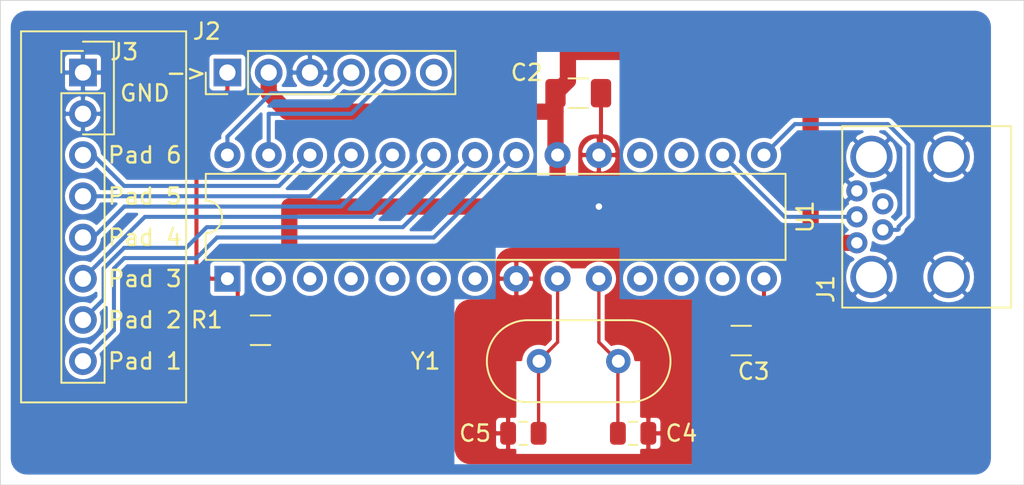
<source format=kicad_pcb>
(kicad_pcb (version 20171130) (host pcbnew "(5.1.2)-2")

  (general
    (thickness 1.6)
    (drawings 20)
    (tracks 81)
    (zones 0)
    (modules 10)
    (nets 30)
  )

  (page A4)
  (layers
    (0 F.Cu signal)
    (31 B.Cu signal)
    (32 B.Adhes user)
    (33 F.Adhes user)
    (34 B.Paste user)
    (35 F.Paste user)
    (36 B.SilkS user)
    (37 F.SilkS user)
    (38 B.Mask user)
    (39 F.Mask user)
    (40 Dwgs.User user)
    (41 Cmts.User user)
    (42 Eco1.User user)
    (43 Eco2.User user)
    (44 Edge.Cuts user)
    (45 Margin user)
    (46 B.CrtYd user)
    (47 F.CrtYd user)
    (48 B.Fab user)
    (49 F.Fab user)
  )

  (setup
    (last_trace_width 0.25)
    (user_trace_width 1)
    (trace_clearance 0.2)
    (zone_clearance 0.254)
    (zone_45_only no)
    (trace_min 0.2)
    (via_size 0.8)
    (via_drill 0.4)
    (via_min_size 0.4)
    (via_min_drill 0.3)
    (uvia_size 0.3)
    (uvia_drill 0.1)
    (uvias_allowed no)
    (uvia_min_size 0.2)
    (uvia_min_drill 0.1)
    (edge_width 0.05)
    (segment_width 0.2)
    (pcb_text_width 0.3)
    (pcb_text_size 1.5 1.5)
    (mod_edge_width 0.12)
    (mod_text_size 1 1)
    (mod_text_width 0.15)
    (pad_size 1.524 1.524)
    (pad_drill 0.762)
    (pad_to_mask_clearance 0.051)
    (solder_mask_min_width 0.25)
    (aux_axis_origin 0 0)
    (grid_origin 44.45 48.26)
    (visible_elements 7EFFFFFF)
    (pcbplotparams
      (layerselection 0x010f0_ffffffff)
      (usegerberextensions false)
      (usegerberattributes false)
      (usegerberadvancedattributes false)
      (creategerberjobfile false)
      (excludeedgelayer true)
      (linewidth 0.100000)
      (plotframeref false)
      (viasonmask false)
      (mode 1)
      (useauxorigin false)
      (hpglpennumber 1)
      (hpglpenspeed 20)
      (hpglpendiameter 15.000000)
      (psnegative false)
      (psa4output false)
      (plotreference true)
      (plotvalue true)
      (plotinvisibletext false)
      (padsonsilk false)
      (subtractmaskfromsilk false)
      (outputformat 1)
      (mirror false)
      (drillshape 0)
      (scaleselection 1)
      (outputdirectory "gerber-output/"))
  )

  (net 0 "")
  (net 1 VBUS)
  (net 2 GND)
  (net 3 "Net-(C3-Pad1)")
  (net 4 "Net-(C4-Pad1)")
  (net 5 "Net-(C5-Pad1)")
  (net 6 "Net-(J1-Pad4)")
  (net 7 "Net-(J1-Pad3)")
  (net 8 "Net-(J1-Pad2)")
  (net 9 "Net-(J2-Pad6)")
  (net 10 "Net-(J2-Pad5)")
  (net 11 "Net-(J2-Pad4)")
  (net 12 "Net-(J2-Pad1)")
  (net 13 "Net-(J3-Pad6)")
  (net 14 "Net-(J3-Pad5)")
  (net 15 "Net-(J3-Pad4)")
  (net 16 "Net-(J3-Pad3)")
  (net 17 "Net-(U1-Pad13)")
  (net 18 "Net-(U1-Pad12)")
  (net 19 "Net-(U1-Pad11)")
  (net 20 "Net-(U1-Pad7)")
  (net 21 "Net-(U1-Pad6)")
  (net 22 "Net-(U1-Pad5)")
  (net 23 "Net-(U1-Pad18)")
  (net 24 "Net-(U1-Pad4)")
  (net 25 "Net-(U1-Pad17)")
  (net 26 "Net-(U1-Pad3)")
  (net 27 "Net-(U1-Pad2)")
  (net 28 "Net-(J3-Pad8)")
  (net 29 "Net-(J3-Pad7)")

  (net_class Default "This is the default net class."
    (clearance 0.2)
    (trace_width 0.25)
    (via_dia 0.8)
    (via_drill 0.4)
    (uvia_dia 0.3)
    (uvia_drill 0.1)
    (add_net GND)
    (add_net "Net-(C3-Pad1)")
    (add_net "Net-(C4-Pad1)")
    (add_net "Net-(C5-Pad1)")
    (add_net "Net-(J1-Pad2)")
    (add_net "Net-(J1-Pad3)")
    (add_net "Net-(J1-Pad4)")
    (add_net "Net-(J2-Pad1)")
    (add_net "Net-(J2-Pad4)")
    (add_net "Net-(J2-Pad5)")
    (add_net "Net-(J2-Pad6)")
    (add_net "Net-(J3-Pad3)")
    (add_net "Net-(J3-Pad4)")
    (add_net "Net-(J3-Pad5)")
    (add_net "Net-(J3-Pad6)")
    (add_net "Net-(J3-Pad7)")
    (add_net "Net-(J3-Pad8)")
    (add_net "Net-(U1-Pad11)")
    (add_net "Net-(U1-Pad12)")
    (add_net "Net-(U1-Pad13)")
    (add_net "Net-(U1-Pad17)")
    (add_net "Net-(U1-Pad18)")
    (add_net "Net-(U1-Pad2)")
    (add_net "Net-(U1-Pad3)")
    (add_net "Net-(U1-Pad4)")
    (add_net "Net-(U1-Pad5)")
    (add_net "Net-(U1-Pad6)")
    (add_net "Net-(U1-Pad7)")
    (add_net VBUS)
  )

  (module Crystal:Crystal_HC49-U_Vertical (layer F.Cu) (tedit 5D4CAB44) (tstamp 5D4B1465)
    (at 33.147 42.545)
    (descr "Crystal THT HC-49/U http://5hertz.com/pdfs/04404_D.pdf")
    (tags "THT crystalHC-49/U")
    (path /5D48C585)
    (fp_text reference Y1 (at -6.985 0 180) (layer F.SilkS)
      (effects (font (size 1 1) (thickness 0.15)))
    )
    (fp_text value "12 MHz" (at -6.985 0 90) (layer F.Fab)
      (effects (font (size 1 1) (thickness 0.15)))
    )
    (fp_arc (start 5.565 0) (end 5.565 -2.525) (angle 180) (layer F.SilkS) (width 0.12))
    (fp_arc (start -0.685 0) (end -0.685 -2.525) (angle -180) (layer F.SilkS) (width 0.12))
    (fp_arc (start 5.44 0) (end 5.44 -2) (angle 180) (layer F.Fab) (width 0.1))
    (fp_arc (start -0.56 0) (end -0.56 -2) (angle -180) (layer F.Fab) (width 0.1))
    (fp_arc (start 5.565 0) (end 5.565 -2.325) (angle 180) (layer F.Fab) (width 0.1))
    (fp_arc (start -0.685 0) (end -0.685 -2.325) (angle -180) (layer F.Fab) (width 0.1))
    (fp_line (start 8.4 -2.8) (end -3.5 -2.8) (layer F.CrtYd) (width 0.05))
    (fp_line (start 8.4 2.8) (end 8.4 -2.8) (layer F.CrtYd) (width 0.05))
    (fp_line (start -3.5 2.8) (end 8.4 2.8) (layer F.CrtYd) (width 0.05))
    (fp_line (start -3.5 -2.8) (end -3.5 2.8) (layer F.CrtYd) (width 0.05))
    (fp_line (start -0.685 2.525) (end 5.565 2.525) (layer F.SilkS) (width 0.12))
    (fp_line (start -0.685 -2.525) (end 5.565 -2.525) (layer F.SilkS) (width 0.12))
    (fp_line (start -0.56 2) (end 5.44 2) (layer F.Fab) (width 0.1))
    (fp_line (start -0.56 -2) (end 5.44 -2) (layer F.Fab) (width 0.1))
    (fp_line (start -0.685 2.325) (end 5.565 2.325) (layer F.Fab) (width 0.1))
    (fp_line (start -0.685 -2.325) (end 5.565 -2.325) (layer F.Fab) (width 0.1))
    (fp_text user %R (at 0 0) (layer F.Fab)
      (effects (font (size 1 1) (thickness 0.15)))
    )
    (pad 2 thru_hole circle (at 4.88 0) (size 1.5 1.5) (drill 0.8) (layers *.Cu *.Mask)
      (net 4 "Net-(C4-Pad1)"))
    (pad 1 thru_hole circle (at 0 0) (size 1.5 1.5) (drill 0.8) (layers *.Cu *.Mask)
      (net 5 "Net-(C5-Pad1)"))
    (model "${KIPRJMOD}/3d_models/User Library-HC49S.STEP"
      (at (xyz 0 0 0))
      (scale (xyz 1 1 1))
      (rotate (xyz 0 0 0))
    )
  )

  (module animeclub_ddr_controller_v2:USB_Mini_B_MXRS_Horizontal (layer F.Cu) (tedit 5D4CA5C4) (tstamp 5D4BBF0A)
    (at 52.705 33.655 90)
    (path /5D43EC57)
    (fp_text reference J1 (at -4.445 -1.905 90) (layer F.SilkS)
      (effects (font (size 1 1) (thickness 0.15)))
    )
    (fp_text value USB_B_Mini (at 0 8.89 90) (layer F.Fab)
      (effects (font (size 1 1) (thickness 0.15)))
    )
    (fp_line (start -6.096 10) (end -6.096 -1.4) (layer F.CrtYd) (width 0.12))
    (fp_line (start 6.096 10) (end -6.096 10) (layer F.CrtYd) (width 0.12))
    (fp_line (start 6.096 -1.4) (end 6.096 10) (layer F.CrtYd) (width 0.12))
    (fp_line (start -6.096 -1.4) (end 6.096 -1.4) (layer F.CrtYd) (width 0.12))
    (fp_line (start 5.588 9.5) (end 5.588 -0.9) (layer F.SilkS) (width 0.12))
    (fp_line (start -5.588 9.5) (end 5.588 9.5) (layer F.SilkS) (width 0.12))
    (fp_line (start -5.588 -0.9) (end -5.588 9.5) (layer F.SilkS) (width 0.12))
    (fp_line (start 5.588 -0.9) (end -5.588 -0.9) (layer F.SilkS) (width 0.12))
    (fp_text user %R (at 0 6.35 90) (layer F.Fab)
      (effects (font (size 1 1) (thickness 0.15)))
    )
    (pad 6 thru_hole circle (at -3.7 5.65 90) (size 2.6 2.6) (drill 1.9) (layers *.Cu *.Mask)
      (net 2 GND))
    (pad 6 thru_hole circle (at 3.7 5.65 90) (size 2.6 2.6) (drill 1.9) (layers *.Cu *.Mask)
      (net 2 GND))
    (pad 6 thru_hole circle (at 3.7 0.9 90) (size 2.6 2.6) (drill 1.9) (layers *.Cu *.Mask)
      (net 2 GND))
    (pad 6 thru_hole circle (at -3.7 0.9 90) (size 2.6 2.6) (drill 1.9) (layers *.Cu *.Mask)
      (net 2 GND))
    (pad 1 thru_hole circle (at -1.6 0 90) (size 1.3 1.3) (drill 0.7) (layers *.Cu *.Mask)
      (net 1 VBUS))
    (pad 2 thru_hole circle (at -0.8 1.6 90) (size 1.3 1.3) (drill 0.7) (layers *.Cu *.Mask)
      (net 8 "Net-(J1-Pad2)"))
    (pad 5 thru_hole circle (at 1.6 0 90) (size 1.3 1.3) (drill 0.7) (layers *.Cu *.Mask)
      (net 2 GND))
    (pad 4 thru_hole circle (at 0.8 1.6 90) (size 1.3 1.3) (drill 0.7) (layers *.Cu *.Mask)
      (net 6 "Net-(J1-Pad4)"))
    (pad 3 thru_hole circle (at 0 0 90) (size 1.3 1.3) (drill 0.7) (layers *.Cu *.Mask)
      (net 7 "Net-(J1-Pad3)"))
    (model ${KIPRJMOD}/3d_models/XM7D-0512--3DModel-STEP-56544.STEP
      (offset (xyz 0 -9.5 2))
      (scale (xyz 1 1 1))
      (rotate (xyz 90 180 180))
    )
  )

  (module Connector_PinHeader_2.54mm:PinHeader_1x06_P2.54mm_Vertical (layer F.Cu) (tedit 5D4CA386) (tstamp 5D4BC076)
    (at 13.97 24.765 90)
    (descr "Through hole straight pin header, 1x06, 2.54mm pitch, single row")
    (tags "Through hole pin header THT 1x06 2.54mm single row")
    (path /5D43E2B2)
    (fp_text reference J2 (at 2.54 -1.27 unlocked) (layer F.SilkS)
      (effects (font (size 1 1) (thickness 0.15)))
    )
    (fp_text value ICSP (at -1.27 16.51 unlocked) (layer F.Fab)
      (effects (font (size 1 1) (thickness 0.15)))
    )
    (fp_text user %R (at 0 2.5 180) (layer F.Fab)
      (effects (font (size 0.76 0.76) (thickness 0.114)))
    )
    (fp_line (start 1.8 -1.8) (end -1.8 -1.8) (layer F.CrtYd) (width 0.05))
    (fp_line (start 1.8 14.5) (end 1.8 -1.8) (layer F.CrtYd) (width 0.05))
    (fp_line (start -1.8 14.5) (end 1.8 14.5) (layer F.CrtYd) (width 0.05))
    (fp_line (start -1.8 -1.8) (end -1.8 14.5) (layer F.CrtYd) (width 0.05))
    (fp_line (start -1.33 -1.33) (end 0 -1.33) (layer F.SilkS) (width 0.12))
    (fp_line (start -1.33 0) (end -1.33 -1.33) (layer F.SilkS) (width 0.12))
    (fp_line (start -1.33 1.27) (end 1.33 1.27) (layer F.SilkS) (width 0.12))
    (fp_line (start 1.33 1.27) (end 1.33 14.03) (layer F.SilkS) (width 0.12))
    (fp_line (start -1.33 1.27) (end -1.33 14.03) (layer F.SilkS) (width 0.12))
    (fp_line (start -1.33 14.03) (end 1.33 14.03) (layer F.SilkS) (width 0.12))
    (fp_line (start -1.27 -0.635) (end -0.635 -1.27) (layer F.Fab) (width 0.1))
    (fp_line (start -1.27 13.97) (end -1.27 -0.635) (layer F.Fab) (width 0.1))
    (fp_line (start 1.27 13.97) (end -1.27 13.97) (layer F.Fab) (width 0.1))
    (fp_line (start 1.27 -1.27) (end 1.27 13.97) (layer F.Fab) (width 0.1))
    (fp_line (start -0.635 -1.27) (end 1.27 -1.27) (layer F.Fab) (width 0.1))
    (pad 6 thru_hole oval (at 0 12.7 90) (size 1.7 1.7) (drill 1) (layers *.Cu *.Mask)
      (net 9 "Net-(J2-Pad6)"))
    (pad 5 thru_hole oval (at 0 10.16 90) (size 1.7 1.7) (drill 1) (layers *.Cu *.Mask)
      (net 10 "Net-(J2-Pad5)"))
    (pad 4 thru_hole oval (at 0 7.62 90) (size 1.7 1.7) (drill 1) (layers *.Cu *.Mask)
      (net 11 "Net-(J2-Pad4)"))
    (pad 3 thru_hole oval (at 0 5.08 90) (size 1.7 1.7) (drill 1) (layers *.Cu *.Mask)
      (net 2 GND))
    (pad 2 thru_hole oval (at 0 2.54 90) (size 1.7 1.7) (drill 1) (layers *.Cu *.Mask)
      (net 1 VBUS))
    (pad 1 thru_hole rect (at 0 0 90) (size 1.7 1.7) (drill 1) (layers *.Cu *.Mask)
      (net 12 "Net-(J2-Pad1)"))
  )

  (module Connector_PinHeader_2.54mm:PinHeader_1x08_P2.54mm_Vertical (layer F.Cu) (tedit 5D4CA375) (tstamp 5D4AE1BF)
    (at 5.08 24.765)
    (descr "Through hole straight pin header, 1x08, 2.54mm pitch, single row")
    (tags "Through hole pin header THT 1x08 2.54mm single row")
    (path /5D4523CB)
    (fp_text reference J3 (at 2.54 -1.27 unlocked) (layer F.SilkS)
      (effects (font (size 1 1) (thickness 0.15)))
    )
    (fp_text value "Pad Interface" (at -2.54 3.175 270 unlocked) (layer F.Fab)
      (effects (font (size 1 1) (thickness 0.15)))
    )
    (fp_text user %R (at 0 3.5 90) (layer F.Fab)
      (effects (font (size 0.76 0.76) (thickness 0.114)))
    )
    (fp_line (start 1.8 -1.8) (end -1.8 -1.8) (layer F.CrtYd) (width 0.05))
    (fp_line (start 1.8 19.55) (end 1.8 -1.8) (layer F.CrtYd) (width 0.05))
    (fp_line (start -1.8 19.55) (end 1.8 19.55) (layer F.CrtYd) (width 0.05))
    (fp_line (start -1.8 -1.8) (end -1.8 19.55) (layer F.CrtYd) (width 0.05))
    (fp_line (start -1.33 -1.33) (end 0 -1.33) (layer F.SilkS) (width 0.12))
    (fp_line (start -1.33 0) (end -1.33 -1.33) (layer F.SilkS) (width 0.12))
    (fp_line (start -1.33 1.27) (end 1.33 1.27) (layer F.SilkS) (width 0.12))
    (fp_line (start 1.33 1.27) (end 1.33 19.11) (layer F.SilkS) (width 0.12))
    (fp_line (start -1.33 1.27) (end -1.33 19.11) (layer F.SilkS) (width 0.12))
    (fp_line (start -1.33 19.11) (end 1.33 19.11) (layer F.SilkS) (width 0.12))
    (fp_line (start -1.27 -0.635) (end -0.635 -1.27) (layer F.Fab) (width 0.1))
    (fp_line (start -1.27 19.05) (end -1.27 -0.635) (layer F.Fab) (width 0.1))
    (fp_line (start 1.27 19.05) (end -1.27 19.05) (layer F.Fab) (width 0.1))
    (fp_line (start 1.27 -1.27) (end 1.27 19.05) (layer F.Fab) (width 0.1))
    (fp_line (start -0.635 -1.27) (end 1.27 -1.27) (layer F.Fab) (width 0.1))
    (pad 8 thru_hole oval (at 0 17.78) (size 1.7 1.7) (drill 1) (layers *.Cu *.Mask)
      (net 28 "Net-(J3-Pad8)"))
    (pad 7 thru_hole oval (at 0 15.24) (size 1.7 1.7) (drill 1) (layers *.Cu *.Mask)
      (net 29 "Net-(J3-Pad7)"))
    (pad 6 thru_hole oval (at 0 12.7) (size 1.7 1.7) (drill 1) (layers *.Cu *.Mask)
      (net 13 "Net-(J3-Pad6)"))
    (pad 5 thru_hole oval (at 0 10.16) (size 1.7 1.7) (drill 1) (layers *.Cu *.Mask)
      (net 14 "Net-(J3-Pad5)"))
    (pad 4 thru_hole oval (at 0 7.62) (size 1.7 1.7) (drill 1) (layers *.Cu *.Mask)
      (net 15 "Net-(J3-Pad4)"))
    (pad 3 thru_hole oval (at 0 5.08) (size 1.7 1.7) (drill 1) (layers *.Cu *.Mask)
      (net 16 "Net-(J3-Pad3)"))
    (pad 2 thru_hole oval (at 0 2.54) (size 1.7 1.7) (drill 1) (layers *.Cu *.Mask)
      (net 2 GND))
    (pad 1 thru_hole rect (at 0 0) (size 1.7 1.7) (drill 1) (layers *.Cu *.Mask)
      (net 2 GND))
  )

  (module Package_DIP:DIP-28_W7.62mm (layer F.Cu) (tedit 5A02E8C5) (tstamp 5D4AE200)
    (at 13.97 37.465 90)
    (descr "28-lead though-hole mounted DIP package, row spacing 7.62 mm (300 mils)")
    (tags "THT DIP DIL PDIP 2.54mm 7.62mm 300mil")
    (path /5D3FCD9F)
    (fp_text reference U1 (at 3.81 35.56 270) (layer F.SilkS)
      (effects (font (size 1 1) (thickness 0.15)))
    )
    (fp_text value PIC18F2550-ISP (at 3.81 37.465 90) (layer F.Fab)
      (effects (font (size 1 1) (thickness 0.15)))
    )
    (fp_text user %R (at 3.81 16.51 90) (layer F.Fab)
      (effects (font (size 1 1) (thickness 0.15)))
    )
    (fp_line (start 8.7 -1.55) (end -1.1 -1.55) (layer F.CrtYd) (width 0.05))
    (fp_line (start 8.7 34.55) (end 8.7 -1.55) (layer F.CrtYd) (width 0.05))
    (fp_line (start -1.1 34.55) (end 8.7 34.55) (layer F.CrtYd) (width 0.05))
    (fp_line (start -1.1 -1.55) (end -1.1 34.55) (layer F.CrtYd) (width 0.05))
    (fp_line (start 6.46 -1.33) (end 4.81 -1.33) (layer F.SilkS) (width 0.12))
    (fp_line (start 6.46 34.35) (end 6.46 -1.33) (layer F.SilkS) (width 0.12))
    (fp_line (start 1.16 34.35) (end 6.46 34.35) (layer F.SilkS) (width 0.12))
    (fp_line (start 1.16 -1.33) (end 1.16 34.35) (layer F.SilkS) (width 0.12))
    (fp_line (start 2.81 -1.33) (end 1.16 -1.33) (layer F.SilkS) (width 0.12))
    (fp_line (start 0.635 -0.27) (end 1.635 -1.27) (layer F.Fab) (width 0.1))
    (fp_line (start 0.635 34.29) (end 0.635 -0.27) (layer F.Fab) (width 0.1))
    (fp_line (start 6.985 34.29) (end 0.635 34.29) (layer F.Fab) (width 0.1))
    (fp_line (start 6.985 -1.27) (end 6.985 34.29) (layer F.Fab) (width 0.1))
    (fp_line (start 1.635 -1.27) (end 6.985 -1.27) (layer F.Fab) (width 0.1))
    (fp_arc (start 3.81 -1.33) (end 2.81 -1.33) (angle -180) (layer F.SilkS) (width 0.12))
    (pad 28 thru_hole oval (at 7.62 0 90) (size 1.6 1.6) (drill 0.8) (layers *.Cu *.Mask)
      (net 11 "Net-(J2-Pad4)"))
    (pad 14 thru_hole oval (at 0 33.02 90) (size 1.6 1.6) (drill 0.8) (layers *.Cu *.Mask)
      (net 3 "Net-(C3-Pad1)"))
    (pad 27 thru_hole oval (at 7.62 2.54 90) (size 1.6 1.6) (drill 0.8) (layers *.Cu *.Mask)
      (net 10 "Net-(J2-Pad5)"))
    (pad 13 thru_hole oval (at 0 30.48 90) (size 1.6 1.6) (drill 0.8) (layers *.Cu *.Mask)
      (net 17 "Net-(U1-Pad13)"))
    (pad 26 thru_hole oval (at 7.62 5.08 90) (size 1.6 1.6) (drill 0.8) (layers *.Cu *.Mask)
      (net 16 "Net-(J3-Pad3)"))
    (pad 12 thru_hole oval (at 0 27.94 90) (size 1.6 1.6) (drill 0.8) (layers *.Cu *.Mask)
      (net 18 "Net-(U1-Pad12)"))
    (pad 25 thru_hole oval (at 7.62 7.62 90) (size 1.6 1.6) (drill 0.8) (layers *.Cu *.Mask)
      (net 15 "Net-(J3-Pad4)"))
    (pad 11 thru_hole oval (at 0 25.4 90) (size 1.6 1.6) (drill 0.8) (layers *.Cu *.Mask)
      (net 19 "Net-(U1-Pad11)"))
    (pad 24 thru_hole oval (at 7.62 10.16 90) (size 1.6 1.6) (drill 0.8) (layers *.Cu *.Mask)
      (net 14 "Net-(J3-Pad5)"))
    (pad 10 thru_hole oval (at 0 22.86 90) (size 1.6 1.6) (drill 0.8) (layers *.Cu *.Mask)
      (net 4 "Net-(C4-Pad1)"))
    (pad 23 thru_hole oval (at 7.62 12.7 90) (size 1.6 1.6) (drill 0.8) (layers *.Cu *.Mask)
      (net 13 "Net-(J3-Pad6)"))
    (pad 9 thru_hole oval (at 0 20.32 90) (size 1.6 1.6) (drill 0.8) (layers *.Cu *.Mask)
      (net 5 "Net-(C5-Pad1)"))
    (pad 22 thru_hole oval (at 7.62 15.24 90) (size 1.6 1.6) (drill 0.8) (layers *.Cu *.Mask)
      (net 29 "Net-(J3-Pad7)"))
    (pad 8 thru_hole oval (at 0 17.78 90) (size 1.6 1.6) (drill 0.8) (layers *.Cu *.Mask)
      (net 2 GND))
    (pad 21 thru_hole oval (at 7.62 17.78 90) (size 1.6 1.6) (drill 0.8) (layers *.Cu *.Mask)
      (net 28 "Net-(J3-Pad8)"))
    (pad 7 thru_hole oval (at 0 15.24 90) (size 1.6 1.6) (drill 0.8) (layers *.Cu *.Mask)
      (net 20 "Net-(U1-Pad7)"))
    (pad 20 thru_hole oval (at 7.62 20.32 90) (size 1.6 1.6) (drill 0.8) (layers *.Cu *.Mask)
      (net 1 VBUS))
    (pad 6 thru_hole oval (at 0 12.7 90) (size 1.6 1.6) (drill 0.8) (layers *.Cu *.Mask)
      (net 21 "Net-(U1-Pad6)"))
    (pad 19 thru_hole oval (at 7.62 22.86 90) (size 1.6 1.6) (drill 0.8) (layers *.Cu *.Mask)
      (net 2 GND))
    (pad 5 thru_hole oval (at 0 10.16 90) (size 1.6 1.6) (drill 0.8) (layers *.Cu *.Mask)
      (net 22 "Net-(U1-Pad5)"))
    (pad 18 thru_hole oval (at 7.62 25.4 90) (size 1.6 1.6) (drill 0.8) (layers *.Cu *.Mask)
      (net 23 "Net-(U1-Pad18)"))
    (pad 4 thru_hole oval (at 0 7.62 90) (size 1.6 1.6) (drill 0.8) (layers *.Cu *.Mask)
      (net 24 "Net-(U1-Pad4)"))
    (pad 17 thru_hole oval (at 7.62 27.94 90) (size 1.6 1.6) (drill 0.8) (layers *.Cu *.Mask)
      (net 25 "Net-(U1-Pad17)"))
    (pad 3 thru_hole oval (at 0 5.08 90) (size 1.6 1.6) (drill 0.8) (layers *.Cu *.Mask)
      (net 26 "Net-(U1-Pad3)"))
    (pad 16 thru_hole oval (at 7.62 30.48 90) (size 1.6 1.6) (drill 0.8) (layers *.Cu *.Mask)
      (net 7 "Net-(J1-Pad3)"))
    (pad 2 thru_hole oval (at 0 2.54 90) (size 1.6 1.6) (drill 0.8) (layers *.Cu *.Mask)
      (net 27 "Net-(U1-Pad2)"))
    (pad 15 thru_hole oval (at 7.62 33.02 90) (size 1.6 1.6) (drill 0.8) (layers *.Cu *.Mask)
      (net 8 "Net-(J1-Pad2)"))
    (pad 1 thru_hole rect (at 0 0 90) (size 1.6 1.6) (drill 0.8) (layers *.Cu *.Mask)
      (net 12 "Net-(J2-Pad1)"))
    (model ${KISYS3DMOD}/Package_DIP.3dshapes/DIP-28_W7.62mm.wrl
      (at (xyz 0 0 0))
      (scale (xyz 1 1 1))
      (rotate (xyz 0 0 0))
    )
  )

  (module Resistor_SMD:R_1206_3216Metric (layer F.Cu) (tedit 5B301BBD) (tstamp 5D4AE1D0)
    (at 16.005 40.64 180)
    (descr "Resistor SMD 1206 (3216 Metric), square (rectangular) end terminal, IPC_7351 nominal, (Body size source: http://www.tortai-tech.com/upload/download/2011102023233369053.pdf), generated with kicad-footprint-generator")
    (tags resistor)
    (path /5D441861)
    (attr smd)
    (fp_text reference R1 (at 3.305 0.635) (layer F.SilkS)
      (effects (font (size 1 1) (thickness 0.15)))
    )
    (fp_text value 10k (at 3.94 -0.635) (layer F.Fab)
      (effects (font (size 1 1) (thickness 0.15)))
    )
    (fp_text user %R (at 0 0) (layer F.Fab)
      (effects (font (size 0.8 0.8) (thickness 0.12)))
    )
    (fp_line (start 2.28 1.12) (end -2.28 1.12) (layer F.CrtYd) (width 0.05))
    (fp_line (start 2.28 -1.12) (end 2.28 1.12) (layer F.CrtYd) (width 0.05))
    (fp_line (start -2.28 -1.12) (end 2.28 -1.12) (layer F.CrtYd) (width 0.05))
    (fp_line (start -2.28 1.12) (end -2.28 -1.12) (layer F.CrtYd) (width 0.05))
    (fp_line (start -0.602064 0.91) (end 0.602064 0.91) (layer F.SilkS) (width 0.12))
    (fp_line (start -0.602064 -0.91) (end 0.602064 -0.91) (layer F.SilkS) (width 0.12))
    (fp_line (start 1.6 0.8) (end -1.6 0.8) (layer F.Fab) (width 0.1))
    (fp_line (start 1.6 -0.8) (end 1.6 0.8) (layer F.Fab) (width 0.1))
    (fp_line (start -1.6 -0.8) (end 1.6 -0.8) (layer F.Fab) (width 0.1))
    (fp_line (start -1.6 0.8) (end -1.6 -0.8) (layer F.Fab) (width 0.1))
    (pad 2 smd roundrect (at 1.4 0 180) (size 1.25 1.75) (layers F.Cu F.Paste F.Mask) (roundrect_rratio 0.2)
      (net 12 "Net-(J2-Pad1)"))
    (pad 1 smd roundrect (at -1.4 0 180) (size 1.25 1.75) (layers F.Cu F.Paste F.Mask) (roundrect_rratio 0.2)
      (net 1 VBUS))
    (model ${KISYS3DMOD}/Resistor_SMD.3dshapes/R_1206_3216Metric.wrl
      (at (xyz 0 0 0))
      (scale (xyz 1 1 1))
      (rotate (xyz 0 0 0))
    )
  )

  (module Capacitor_SMD:C_0805_2012Metric (layer F.Cu) (tedit 5B36C52B) (tstamp 5D4AE167)
    (at 32.1825 46.99 180)
    (descr "Capacitor SMD 0805 (2012 Metric), square (rectangular) end terminal, IPC_7351 nominal, (Body size source: https://docs.google.com/spreadsheets/d/1BsfQQcO9C6DZCsRaXUlFlo91Tg2WpOkGARC1WS5S8t0/edit?usp=sharing), generated with kicad-footprint-generator")
    (tags capacitor)
    (path /5D44EC47)
    (attr smd)
    (fp_text reference C5 (at 2.9725 0) (layer F.SilkS)
      (effects (font (size 1 1) (thickness 0.15)))
    )
    (fp_text value 22pF (at 3.6075 -0.635) (layer F.Fab)
      (effects (font (size 1 1) (thickness 0.15)))
    )
    (fp_text user %R (at 0 0) (layer F.Fab)
      (effects (font (size 0.5 0.5) (thickness 0.08)))
    )
    (fp_line (start 1.68 0.95) (end -1.68 0.95) (layer F.CrtYd) (width 0.05))
    (fp_line (start 1.68 -0.95) (end 1.68 0.95) (layer F.CrtYd) (width 0.05))
    (fp_line (start -1.68 -0.95) (end 1.68 -0.95) (layer F.CrtYd) (width 0.05))
    (fp_line (start -1.68 0.95) (end -1.68 -0.95) (layer F.CrtYd) (width 0.05))
    (fp_line (start -0.258578 0.71) (end 0.258578 0.71) (layer F.SilkS) (width 0.12))
    (fp_line (start -0.258578 -0.71) (end 0.258578 -0.71) (layer F.SilkS) (width 0.12))
    (fp_line (start 1 0.6) (end -1 0.6) (layer F.Fab) (width 0.1))
    (fp_line (start 1 -0.6) (end 1 0.6) (layer F.Fab) (width 0.1))
    (fp_line (start -1 -0.6) (end 1 -0.6) (layer F.Fab) (width 0.1))
    (fp_line (start -1 0.6) (end -1 -0.6) (layer F.Fab) (width 0.1))
    (pad 2 smd roundrect (at 0.9375 0 180) (size 0.975 1.4) (layers F.Cu F.Paste F.Mask) (roundrect_rratio 0.25)
      (net 2 GND))
    (pad 1 smd roundrect (at -0.9375 0 180) (size 0.975 1.4) (layers F.Cu F.Paste F.Mask) (roundrect_rratio 0.25)
      (net 5 "Net-(C5-Pad1)"))
    (model ${KISYS3DMOD}/Capacitor_SMD.3dshapes/C_0805_2012Metric.wrl
      (at (xyz 0 0 0))
      (scale (xyz 1 1 1))
      (rotate (xyz 0 0 0))
    )
  )

  (module Capacitor_SMD:C_0805_2012Metric (layer F.Cu) (tedit 5B36C52B) (tstamp 5D4AE156)
    (at 38.9375 46.99)
    (descr "Capacitor SMD 0805 (2012 Metric), square (rectangular) end terminal, IPC_7351 nominal, (Body size source: https://docs.google.com/spreadsheets/d/1BsfQQcO9C6DZCsRaXUlFlo91Tg2WpOkGARC1WS5S8t0/edit?usp=sharing), generated with kicad-footprint-generator")
    (tags capacitor)
    (path /5D44E028)
    (attr smd)
    (fp_text reference C4 (at 2.9725 0) (layer F.SilkS)
      (effects (font (size 1 1) (thickness 0.15)))
    )
    (fp_text value 22pF (at 3.6075 0.635) (layer F.Fab)
      (effects (font (size 1 1) (thickness 0.15)))
    )
    (fp_text user %R (at 0 0) (layer F.Fab)
      (effects (font (size 0.5 0.5) (thickness 0.08)))
    )
    (fp_line (start 1.68 0.95) (end -1.68 0.95) (layer F.CrtYd) (width 0.05))
    (fp_line (start 1.68 -0.95) (end 1.68 0.95) (layer F.CrtYd) (width 0.05))
    (fp_line (start -1.68 -0.95) (end 1.68 -0.95) (layer F.CrtYd) (width 0.05))
    (fp_line (start -1.68 0.95) (end -1.68 -0.95) (layer F.CrtYd) (width 0.05))
    (fp_line (start -0.258578 0.71) (end 0.258578 0.71) (layer F.SilkS) (width 0.12))
    (fp_line (start -0.258578 -0.71) (end 0.258578 -0.71) (layer F.SilkS) (width 0.12))
    (fp_line (start 1 0.6) (end -1 0.6) (layer F.Fab) (width 0.1))
    (fp_line (start 1 -0.6) (end 1 0.6) (layer F.Fab) (width 0.1))
    (fp_line (start -1 -0.6) (end 1 -0.6) (layer F.Fab) (width 0.1))
    (fp_line (start -1 0.6) (end -1 -0.6) (layer F.Fab) (width 0.1))
    (pad 2 smd roundrect (at 0.9375 0) (size 0.975 1.4) (layers F.Cu F.Paste F.Mask) (roundrect_rratio 0.25)
      (net 2 GND))
    (pad 1 smd roundrect (at -0.9375 0) (size 0.975 1.4) (layers F.Cu F.Paste F.Mask) (roundrect_rratio 0.25)
      (net 4 "Net-(C4-Pad1)"))
    (model ${KISYS3DMOD}/Capacitor_SMD.3dshapes/C_0805_2012Metric.wrl
      (at (xyz 0 0 0))
      (scale (xyz 1 1 1))
      (rotate (xyz 0 0 0))
    )
  )

  (module Capacitor_SMD:C_1206_3216Metric (layer F.Cu) (tedit 5B301BBE) (tstamp 5D4AE145)
    (at 45.59 41.275 180)
    (descr "Capacitor SMD 1206 (3216 Metric), square (rectangular) end terminal, IPC_7351 nominal, (Body size source: http://www.tortai-tech.com/upload/download/2011102023233369053.pdf), generated with kicad-footprint-generator")
    (tags capacitor)
    (path /5D408360)
    (attr smd)
    (fp_text reference C3 (at -0.765 -1.905) (layer F.SilkS)
      (effects (font (size 1 1) (thickness 0.15)))
    )
    (fp_text value 220nF (at -2.035 -3.175) (layer F.Fab)
      (effects (font (size 1 1) (thickness 0.15)))
    )
    (fp_text user %R (at 0 0) (layer F.Fab)
      (effects (font (size 0.8 0.8) (thickness 0.12)))
    )
    (fp_line (start 2.28 1.12) (end -2.28 1.12) (layer F.CrtYd) (width 0.05))
    (fp_line (start 2.28 -1.12) (end 2.28 1.12) (layer F.CrtYd) (width 0.05))
    (fp_line (start -2.28 -1.12) (end 2.28 -1.12) (layer F.CrtYd) (width 0.05))
    (fp_line (start -2.28 1.12) (end -2.28 -1.12) (layer F.CrtYd) (width 0.05))
    (fp_line (start -0.602064 0.91) (end 0.602064 0.91) (layer F.SilkS) (width 0.12))
    (fp_line (start -0.602064 -0.91) (end 0.602064 -0.91) (layer F.SilkS) (width 0.12))
    (fp_line (start 1.6 0.8) (end -1.6 0.8) (layer F.Fab) (width 0.1))
    (fp_line (start 1.6 -0.8) (end 1.6 0.8) (layer F.Fab) (width 0.1))
    (fp_line (start -1.6 -0.8) (end 1.6 -0.8) (layer F.Fab) (width 0.1))
    (fp_line (start -1.6 0.8) (end -1.6 -0.8) (layer F.Fab) (width 0.1))
    (pad 2 smd roundrect (at 1.4 0 180) (size 1.25 1.75) (layers F.Cu F.Paste F.Mask) (roundrect_rratio 0.2)
      (net 2 GND))
    (pad 1 smd roundrect (at -1.4 0 180) (size 1.25 1.75) (layers F.Cu F.Paste F.Mask) (roundrect_rratio 0.2)
      (net 3 "Net-(C3-Pad1)"))
    (model ${KISYS3DMOD}/Capacitor_SMD.3dshapes/C_1206_3216Metric.wrl
      (at (xyz 0 0 0))
      (scale (xyz 1 1 1))
      (rotate (xyz 0 0 0))
    )
  )

  (module Capacitor_SMD:C_1206_3216Metric (layer F.Cu) (tedit 5B301BBE) (tstamp 5D4AE134)
    (at 35.56 26.035 180)
    (descr "Capacitor SMD 1206 (3216 Metric), square (rectangular) end terminal, IPC_7351 nominal, (Body size source: http://www.tortai-tech.com/upload/download/2011102023233369053.pdf), generated with kicad-footprint-generator")
    (tags capacitor)
    (path /5D3FFB7B)
    (attr smd)
    (fp_text reference C2 (at 3.175 1.27) (layer F.SilkS)
      (effects (font (size 1 1) (thickness 0.15)))
    )
    (fp_text value 0.1uF (at 0 1.905) (layer F.Fab)
      (effects (font (size 1 1) (thickness 0.15)))
    )
    (fp_text user %R (at 0 0) (layer F.Fab)
      (effects (font (size 0.8 0.8) (thickness 0.12)))
    )
    (fp_line (start 2.28 1.12) (end -2.28 1.12) (layer F.CrtYd) (width 0.05))
    (fp_line (start 2.28 -1.12) (end 2.28 1.12) (layer F.CrtYd) (width 0.05))
    (fp_line (start -2.28 -1.12) (end 2.28 -1.12) (layer F.CrtYd) (width 0.05))
    (fp_line (start -2.28 1.12) (end -2.28 -1.12) (layer F.CrtYd) (width 0.05))
    (fp_line (start -0.602064 0.91) (end 0.602064 0.91) (layer F.SilkS) (width 0.12))
    (fp_line (start -0.602064 -0.91) (end 0.602064 -0.91) (layer F.SilkS) (width 0.12))
    (fp_line (start 1.6 0.8) (end -1.6 0.8) (layer F.Fab) (width 0.1))
    (fp_line (start 1.6 -0.8) (end 1.6 0.8) (layer F.Fab) (width 0.1))
    (fp_line (start -1.6 -0.8) (end 1.6 -0.8) (layer F.Fab) (width 0.1))
    (fp_line (start -1.6 0.8) (end -1.6 -0.8) (layer F.Fab) (width 0.1))
    (pad 2 smd roundrect (at 1.4 0 180) (size 1.25 1.75) (layers F.Cu F.Paste F.Mask) (roundrect_rratio 0.2)
      (net 1 VBUS))
    (pad 1 smd roundrect (at -1.4 0 180) (size 1.25 1.75) (layers F.Cu F.Paste F.Mask) (roundrect_rratio 0.2)
      (net 2 GND))
    (model ${KISYS3DMOD}/Capacitor_SMD.3dshapes/C_1206_3216Metric.wrl
      (at (xyz 0 0 0))
      (scale (xyz 1 1 1))
      (rotate (xyz 0 0 0))
    )
  )

  (gr_line (start 0 20.32) (end 0 50.165) (layer Edge.Cuts) (width 0.05) (tstamp 5D4BDE31))
  (gr_line (start 62.992 50.165) (end 0 50.165) (layer Edge.Cuts) (width 0.05) (tstamp 5D4BDE2B))
  (gr_line (start 62.992 20.32) (end 62.992 50.165) (layer Edge.Cuts) (width 0.05))
  (gr_line (start 0 20.32) (end 62.992 20.32) (layer Edge.Cuts) (width 0.05))
  (gr_line (start 11.43 22.225) (end 1.27 22.225) (layer F.SilkS) (width 0.12) (tstamp 5D4BDCA9))
  (gr_line (start 11.43 45.085) (end 11.43 22.225) (layer F.SilkS) (width 0.12))
  (gr_line (start 1.27 45.085) (end 11.43 45.085) (layer F.SilkS) (width 0.12))
  (gr_line (start 1.27 22.225) (end 1.27 45.085) (layer F.SilkS) (width 0.12))
  (gr_line (start 6.985 28.575) (end 5.08 28.575) (layer F.SilkS) (width 0.12))
  (gr_line (start 6.985 26.035) (end 6.985 28.575) (layer F.SilkS) (width 0.12))
  (gr_line (start 6.985 22.86) (end 5.08 22.86) (layer F.SilkS) (width 0.12))
  (gr_line (start 6.985 26.035) (end 6.985 22.86) (layer F.SilkS) (width 0.12))
  (gr_text GND (at 8.89 26.035) (layer F.SilkS) (tstamp 5D4BDBDB)
    (effects (font (size 1 1) (thickness 0.15)))
  )
  (gr_text "Pad 6" (at 8.89 29.845) (layer F.SilkS) (tstamp 5D4BDBDF)
    (effects (font (size 1 1) (thickness 0.15)))
  )
  (gr_text "Pad 2" (at 8.89 40.005) (layer F.SilkS) (tstamp 5D4BDBDE)
    (effects (font (size 1 1) (thickness 0.15)))
  )
  (gr_text "Pad 5" (at 8.89 32.385) (layer F.SilkS) (tstamp 5D4BDBDD)
    (effects (font (size 1 1) (thickness 0.15)))
  )
  (gr_text "Pad 4" (at 8.89 34.925) (layer F.SilkS) (tstamp 5D4BDBDC)
    (effects (font (size 1 1) (thickness 0.15)))
  )
  (gr_text "Pad 1" (at 8.89 42.545) (layer F.SilkS) (tstamp 5D4BDBDA)
    (effects (font (size 1 1) (thickness 0.15)))
  )
  (gr_text "Pad 3" (at 8.89 37.465) (layer F.SilkS) (tstamp 5D4BDBD9)
    (effects (font (size 1 1) (thickness 0.15)))
  )
  (gr_text -> (at 11.43 24.765) (layer F.SilkS)
    (effects (font (size 1 1) (thickness 0.15)))
  )

  (segment (start 34.16 29.715) (end 34.29 29.845) (width 0.25) (layer F.Cu) (net 1))
  (segment (start 34.29 29.845) (end 34.29 31.75) (width 1) (layer F.Cu) (net 1))
  (segment (start 34.29 31.75) (end 33.02 33.02) (width 1) (layer F.Cu) (net 1))
  (segment (start 17.405 39.665) (end 17.78 39.29) (width 0.25) (layer F.Cu) (net 1))
  (segment (start 17.405 40.64) (end 17.405 39.665) (width 0.25) (layer F.Cu) (net 1))
  (segment (start 33.02 33.02) (end 17.78 33.02) (width 1) (layer F.Cu) (net 1))
  (segment (start 34.925 25.27) (end 34.16 26.035) (width 1) (layer F.Cu) (net 1))
  (segment (start 34.925 23.495) (end 34.925 25.27) (width 1) (layer F.Cu) (net 1))
  (segment (start 46.355 23.495) (end 34.925 23.495) (width 1) (layer F.Cu) (net 1))
  (segment (start 49.86 27) (end 46.355 23.495) (width 1) (layer F.Cu) (net 1))
  (segment (start 52.705 35.255) (end 49.86 35.255) (width 1) (layer F.Cu) (net 1))
  (segment (start 49.86 35.255) (end 49.86 27) (width 1) (layer F.Cu) (net 1))
  (segment (start 34.16 27.175) (end 17.65 27.175) (width 1) (layer F.Cu) (net 1))
  (segment (start 34.16 27.175) (end 34.16 29.715) (width 1) (layer F.Cu) (net 1))
  (segment (start 34.16 26.035) (end 34.16 27.175) (width 1) (layer F.Cu) (net 1))
  (segment (start 16.51 26.035) (end 16.51 24.765) (width 1) (layer F.Cu) (net 1))
  (segment (start 17.65 27.175) (end 16.51 26.035) (width 1) (layer F.Cu) (net 1))
  (segment (start 17.78 33.02) (end 17.78 35.56) (width 1) (layer F.Cu) (net 1))
  (segment (start 17.78 39.29) (end 17.78 35.56) (width 0.25) (layer F.Cu) (net 1))
  (segment (start 36.96 29.715) (end 36.83 29.845) (width 0.25) (layer F.Cu) (net 2))
  (segment (start 36.96 26.035) (end 36.96 29.715) (width 0.25) (layer F.Cu) (net 2))
  (via (at 36.83 33.02) (size 0.8) (drill 0.4) (layers F.Cu B.Cu) (net 2))
  (segment (start 46.99 40.3) (end 46.99 37.465) (width 0.25) (layer F.Cu) (net 3))
  (segment (start 46.99 41.275) (end 46.99 40.3) (width 0.25) (layer F.Cu) (net 3))
  (segment (start 36.83 41.375) (end 36.83 37.465) (width 0.2032) (layer F.Cu) (net 4))
  (segment (start 38 42.545) (end 36.83 41.375) (width 0.2032) (layer F.Cu) (net 4))
  (segment (start 38 46.99) (end 38 42.545) (width 0.2032) (layer F.Cu) (net 4))
  (segment (start 34.29 41.375) (end 34.29 37.465) (width 0.2032) (layer F.Cu) (net 5))
  (segment (start 33.12 42.545) (end 34.29 41.375) (width 0.2032) (layer F.Cu) (net 5))
  (segment (start 33.12 46.99) (end 33.12 42.545) (width 0.2032) (layer F.Cu) (net 5))
  (segment (start 48.26 33.655) (end 44.45 29.845) (width 0.25) (layer B.Cu) (net 7))
  (segment (start 52.705 33.655) (end 48.26 33.655) (width 0.25) (layer B.Cu) (net 7))
  (segment (start 55.224238 34.455) (end 54.305 34.455) (width 0.25) (layer B.Cu) (net 8))
  (segment (start 46.99 29.845) (end 48.895 27.94) (width 0.25) (layer B.Cu) (net 8))
  (segment (start 48.895 27.94) (end 54.61 27.94) (width 0.25) (layer B.Cu) (net 8))
  (segment (start 55.280001 34.399237) (end 55.224238 34.455) (width 0.25) (layer B.Cu) (net 8))
  (segment (start 54.61 27.94) (end 55.88 29.21) (width 0.25) (layer B.Cu) (net 8))
  (segment (start 55.88 29.21) (end 55.88 33.655) (width 0.25) (layer B.Cu) (net 8))
  (segment (start 55.88 33.655) (end 55.280001 34.254999) (width 0.25) (layer B.Cu) (net 8))
  (segment (start 55.280001 34.254999) (end 55.280001 34.399237) (width 0.25) (layer B.Cu) (net 8))
  (segment (start 16.51 27.305) (end 16.51 29.845) (width 0.25) (layer B.Cu) (net 10))
  (segment (start 24.13 24.765) (end 21.59 27.305) (width 0.25) (layer B.Cu) (net 10))
  (segment (start 21.59 27.305) (end 16.51 27.305) (width 0.25) (layer B.Cu) (net 10))
  (segment (start 16.64863 26.035) (end 13.97 28.71363) (width 0.25) (layer B.Cu) (net 11))
  (segment (start 13.97 28.71363) (end 13.97 29.845) (width 0.25) (layer B.Cu) (net 11))
  (segment (start 20.32 26.035) (end 16.64863 26.035) (width 0.25) (layer B.Cu) (net 11))
  (segment (start 21.59 24.765) (end 20.32 26.035) (width 0.25) (layer B.Cu) (net 11))
  (segment (start 12.92 37.465) (end 13.97 37.465) (width 0.25) (layer F.Cu) (net 12))
  (segment (start 12.065 36.61) (end 12.92 37.465) (width 0.25) (layer F.Cu) (net 12))
  (segment (start 12.065 27.77) (end 12.065 36.61) (width 0.25) (layer F.Cu) (net 12))
  (segment (start 13.97 25.865) (end 12.065 27.77) (width 0.25) (layer F.Cu) (net 12))
  (segment (start 13.97 24.765) (end 13.97 25.865) (width 0.25) (layer F.Cu) (net 12))
  (segment (start 14.605 38.1) (end 13.97 37.465) (width 0.25) (layer F.Cu) (net 12))
  (segment (start 14.605 40.64) (end 14.605 38.1) (width 0.25) (layer F.Cu) (net 12))
  (segment (start 22.86 33.655) (end 26.67 29.845) (width 0.25) (layer B.Cu) (net 13))
  (segment (start 8.89 33.655) (end 22.86 33.655) (width 0.25) (layer B.Cu) (net 13))
  (segment (start 5.08 37.465) (end 8.89 33.655) (width 0.25) (layer B.Cu) (net 13))
  (segment (start 5.715 34.925) (end 5.08 34.925) (width 0.25) (layer B.Cu) (net 14))
  (segment (start 7.62 33.02) (end 5.715 34.925) (width 0.25) (layer B.Cu) (net 14))
  (segment (start 24.13 29.845) (end 20.955 33.02) (width 0.25) (layer B.Cu) (net 14))
  (segment (start 20.955 33.02) (end 7.62 33.02) (width 0.25) (layer B.Cu) (net 14))
  (segment (start 19.05 32.385) (end 21.59 29.845) (width 0.25) (layer B.Cu) (net 15))
  (segment (start 5.08 32.385) (end 19.05 32.385) (width 0.25) (layer B.Cu) (net 15))
  (segment (start 17.145 31.75) (end 19.05 29.845) (width 0.25) (layer B.Cu) (net 16))
  (segment (start 7.62 31.75) (end 17.145 31.75) (width 0.25) (layer B.Cu) (net 16))
  (segment (start 5.08 29.845) (end 5.715 29.845) (width 0.25) (layer B.Cu) (net 16))
  (segment (start 5.715 29.845) (end 7.62 31.75) (width 0.25) (layer B.Cu) (net 16))
  (segment (start 26.67 34.925) (end 31.75 29.845) (width 0.25) (layer B.Cu) (net 28))
  (segment (start 13.335 34.925) (end 26.67 34.925) (width 0.25) (layer B.Cu) (net 28))
  (segment (start 5.08 42.545) (end 6.98641 40.63859) (width 0.25) (layer B.Cu) (net 28))
  (segment (start 6.98641 40.63859) (end 6.98641 36.83141) (width 0.25) (layer B.Cu) (net 28))
  (segment (start 6.98641 36.83141) (end 7.62282 36.195) (width 0.25) (layer B.Cu) (net 28))
  (segment (start 12.065 36.195) (end 13.335 34.925) (width 0.25) (layer B.Cu) (net 28))
  (segment (start 7.62282 36.195) (end 12.065 36.195) (width 0.25) (layer B.Cu) (net 28))
  (segment (start 24.765 34.29) (end 29.21 29.845) (width 0.25) (layer B.Cu) (net 29))
  (segment (start 6.35 38.735) (end 6.35 36.83141) (width 0.25) (layer B.Cu) (net 29))
  (segment (start 6.35 36.83141) (end 7.62141 35.56) (width 0.25) (layer B.Cu) (net 29))
  (segment (start 7.62141 35.56) (end 11.43 35.56) (width 0.25) (layer B.Cu) (net 29))
  (segment (start 11.43 35.56) (end 12.7 34.29) (width 0.25) (layer B.Cu) (net 29))
  (segment (start 5.08 40.005) (end 6.35 38.735) (width 0.25) (layer B.Cu) (net 29))
  (segment (start 12.7 34.29) (end 24.765 34.29) (width 0.25) (layer B.Cu) (net 29))

  (zone (net 2) (net_name GND) (layer F.Cu) (tstamp 5D4BDFAC) (hatch full 0.508)
    (connect_pads (clearance 0.254))
    (min_thickness 0.18)
    (fill yes (arc_segments 32) (thermal_gap 0.254) (thermal_bridge_width 0.26) (smoothing fillet) (radius 1))
    (polygon
      (pts
        (xy 30.48 38.735) (xy 27.94 38.735) (xy 27.94 48.895) (xy 45.085 48.895) (xy 45.085 38.735)
        (xy 38.1 38.735) (xy 38.1 28.575) (xy 35.56 28.575) (xy 35.56 35.56) (xy 30.48 35.56)
      )
    )
    (filled_polygon
      (pts
        (xy 37.277448 28.682913) (xy 37.448075 28.734672) (xy 37.605329 28.818726) (xy 37.74316 28.93184) (xy 37.856274 29.069671)
        (xy 37.940328 29.226925) (xy 37.992087 29.397552) (xy 38.01 29.579426) (xy 38.01 37.735) (xy 38.010433 37.743822)
        (xy 38.029648 37.938912) (xy 38.03309 37.956215) (xy 38.089995 38.143808) (xy 38.096747 38.160109) (xy 38.189157 38.332996)
        (xy 38.198959 38.347665) (xy 38.323322 38.499202) (xy 38.335798 38.511678) (xy 38.487335 38.636041) (xy 38.502004 38.645843)
        (xy 38.674891 38.738253) (xy 38.691192 38.745005) (xy 38.878785 38.80191) (xy 38.896088 38.805352) (xy 39.091178 38.824567)
        (xy 39.1 38.825) (xy 44.080574 38.825) (xy 44.262448 38.842913) (xy 44.433075 38.894672) (xy 44.590329 38.978726)
        (xy 44.72816 39.09184) (xy 44.841274 39.229671) (xy 44.925328 39.386925) (xy 44.977087 39.557552) (xy 44.995 39.739426)
        (xy 44.995 40.106155) (xy 44.94728 40.080648) (xy 44.882436 40.060978) (xy 44.815 40.054336) (xy 44.316 40.056)
        (xy 44.23 40.142) (xy 44.23 41.235) (xy 44.25 41.235) (xy 44.25 41.315) (xy 44.23 41.315)
        (xy 44.23 42.408) (xy 44.316 42.494) (xy 44.815 42.495664) (xy 44.882436 42.489022) (xy 44.94728 42.469352)
        (xy 44.995 42.443845) (xy 44.995 47.890574) (xy 44.977087 48.072448) (xy 44.925328 48.243075) (xy 44.841274 48.400329)
        (xy 44.72816 48.53816) (xy 44.590329 48.651274) (xy 44.433075 48.735328) (xy 44.262448 48.787087) (xy 44.080574 48.805)
        (xy 28.944426 48.805) (xy 28.762552 48.787087) (xy 28.591925 48.735328) (xy 28.434671 48.651274) (xy 28.29684 48.53816)
        (xy 28.183726 48.400329) (xy 28.099672 48.243075) (xy 28.047913 48.072448) (xy 28.03 47.890574) (xy 28.03 47.69)
        (xy 30.411836 47.69) (xy 30.418478 47.757436) (xy 30.438148 47.82228) (xy 30.470091 47.882041) (xy 30.513079 47.934421)
        (xy 30.565459 47.977409) (xy 30.62522 48.009352) (xy 30.690064 48.029022) (xy 30.7575 48.035664) (xy 31.119 48.034)
        (xy 31.205 47.948) (xy 31.205 47.03) (xy 30.4995 47.03) (xy 30.4135 47.116) (xy 30.411836 47.69)
        (xy 28.03 47.69) (xy 28.03 46.29) (xy 30.411836 46.29) (xy 30.4135 46.864) (xy 30.4995 46.95)
        (xy 31.205 46.95) (xy 31.205 46.032) (xy 31.285 46.032) (xy 31.285 46.95) (xy 31.305 46.95)
        (xy 31.305 47.03) (xy 31.285 47.03) (xy 31.285 47.948) (xy 31.371 48.034) (xy 31.66 48.03533)
        (xy 31.66 48.26) (xy 31.661729 48.277558) (xy 31.666851 48.294442) (xy 31.675168 48.310001) (xy 31.68636 48.32364)
        (xy 31.699999 48.334832) (xy 31.715558 48.343149) (xy 31.732442 48.348271) (xy 31.75 48.35) (xy 39.37 48.35)
        (xy 39.387558 48.348271) (xy 39.404442 48.343149) (xy 39.420001 48.334832) (xy 39.43364 48.32364) (xy 39.444832 48.310001)
        (xy 39.453149 48.294442) (xy 39.458271 48.277558) (xy 39.46 48.26) (xy 39.46 48.03533) (xy 39.749 48.034)
        (xy 39.835 47.948) (xy 39.835 47.03) (xy 39.915 47.03) (xy 39.915 47.948) (xy 40.001 48.034)
        (xy 40.3625 48.035664) (xy 40.429936 48.029022) (xy 40.49478 48.009352) (xy 40.554541 47.977409) (xy 40.606921 47.934421)
        (xy 40.649909 47.882041) (xy 40.681852 47.82228) (xy 40.701522 47.757436) (xy 40.708164 47.69) (xy 40.7065 47.116)
        (xy 40.6205 47.03) (xy 39.915 47.03) (xy 39.835 47.03) (xy 39.815 47.03) (xy 39.815 46.95)
        (xy 39.835 46.95) (xy 39.835 46.032) (xy 39.915 46.032) (xy 39.915 46.95) (xy 40.6205 46.95)
        (xy 40.7065 46.864) (xy 40.708164 46.29) (xy 40.701522 46.222564) (xy 40.681852 46.15772) (xy 40.649909 46.097959)
        (xy 40.606921 46.045579) (xy 40.554541 46.002591) (xy 40.49478 45.970648) (xy 40.429936 45.950978) (xy 40.3625 45.944336)
        (xy 40.001 45.946) (xy 39.915 46.032) (xy 39.835 46.032) (xy 39.749 45.946) (xy 39.46 45.94467)
        (xy 39.46 42.545) (xy 39.458271 42.527442) (xy 39.453149 42.510558) (xy 39.444832 42.494999) (xy 39.43364 42.48136)
        (xy 39.420001 42.470168) (xy 39.404442 42.461851) (xy 39.387558 42.456729) (xy 39.37 42.455) (xy 39.094 42.455)
        (xy 39.094 42.43725) (xy 39.051958 42.225892) (xy 39.020523 42.15) (xy 43.219336 42.15) (xy 43.225978 42.217436)
        (xy 43.245648 42.28228) (xy 43.277591 42.342041) (xy 43.320579 42.394421) (xy 43.372959 42.437409) (xy 43.43272 42.469352)
        (xy 43.497564 42.489022) (xy 43.565 42.495664) (xy 44.064 42.494) (xy 44.15 42.408) (xy 44.15 41.315)
        (xy 43.307 41.315) (xy 43.221 41.401) (xy 43.219336 42.15) (xy 39.020523 42.15) (xy 38.96949 42.026797)
        (xy 38.849765 41.847616) (xy 38.697384 41.695235) (xy 38.518203 41.57551) (xy 38.319108 41.493042) (xy 38.10775 41.451)
        (xy 37.89225 41.451) (xy 37.680892 41.493042) (xy 37.608288 41.523116) (xy 37.2756 41.190428) (xy 37.2756 40.4)
        (xy 43.219336 40.4) (xy 43.221 41.149) (xy 43.307 41.235) (xy 44.15 41.235) (xy 44.15 40.142)
        (xy 44.064 40.056) (xy 43.565 40.054336) (xy 43.497564 40.060978) (xy 43.43272 40.080648) (xy 43.372959 40.112591)
        (xy 43.320579 40.155579) (xy 43.277591 40.207959) (xy 43.245648 40.26772) (xy 43.225978 40.332564) (xy 43.219336 40.4)
        (xy 37.2756 40.4) (xy 37.2756 38.52399) (xy 37.468647 38.420803) (xy 37.642844 38.277844) (xy 37.785803 38.103647)
        (xy 37.892032 37.904908) (xy 37.957447 37.689263) (xy 37.979535 37.465) (xy 37.957447 37.240737) (xy 37.892032 37.025092)
        (xy 37.785803 36.826353) (xy 37.642844 36.652156) (xy 37.468647 36.509197) (xy 37.269908 36.402968) (xy 37.054263 36.337553)
        (xy 36.886198 36.321) (xy 36.773802 36.321) (xy 36.605737 36.337553) (xy 36.390092 36.402968) (xy 36.191353 36.509197)
        (xy 36.017156 36.652156) (xy 35.945065 36.74) (xy 35.174935 36.74) (xy 35.102844 36.652156) (xy 34.928647 36.509197)
        (xy 34.729908 36.402968) (xy 34.514263 36.337553) (xy 34.346198 36.321) (xy 34.233802 36.321) (xy 34.065737 36.337553)
        (xy 33.850092 36.402968) (xy 33.651353 36.509197) (xy 33.477156 36.652156) (xy 33.334197 36.826353) (xy 33.227968 37.025092)
        (xy 33.162553 37.240737) (xy 33.140465 37.465) (xy 33.162553 37.689263) (xy 33.227968 37.904908) (xy 33.334197 38.103647)
        (xy 33.477156 38.277844) (xy 33.651353 38.420803) (xy 33.844401 38.52399) (xy 33.8444 41.190427) (xy 33.511712 41.523116)
        (xy 33.439108 41.493042) (xy 33.22775 41.451) (xy 33.01225 41.451) (xy 32.800892 41.493042) (xy 32.601797 41.57551)
        (xy 32.422616 41.695235) (xy 32.270235 41.847616) (xy 32.15051 42.026797) (xy 32.068042 42.225892) (xy 32.026 42.43725)
        (xy 32.026 42.455) (xy 31.75 42.455) (xy 31.732442 42.456729) (xy 31.715558 42.461851) (xy 31.699999 42.470168)
        (xy 31.68636 42.48136) (xy 31.675168 42.494999) (xy 31.666851 42.510558) (xy 31.661729 42.527442) (xy 31.66 42.545)
        (xy 31.66 45.94467) (xy 31.371 45.946) (xy 31.285 46.032) (xy 31.205 46.032) (xy 31.119 45.946)
        (xy 30.7575 45.944336) (xy 30.690064 45.950978) (xy 30.62522 45.970648) (xy 30.565459 46.002591) (xy 30.513079 46.045579)
        (xy 30.470091 46.097959) (xy 30.438148 46.15772) (xy 30.418478 46.222564) (xy 30.411836 46.29) (xy 28.03 46.29)
        (xy 28.03 39.739426) (xy 28.047913 39.557552) (xy 28.099672 39.386925) (xy 28.183726 39.229671) (xy 28.29684 39.09184)
        (xy 28.434671 38.978726) (xy 28.591925 38.894672) (xy 28.762552 38.842913) (xy 28.944426 38.825) (xy 29.48 38.825)
        (xy 29.488822 38.824567) (xy 29.683912 38.805352) (xy 29.701215 38.80191) (xy 29.888808 38.745005) (xy 29.905109 38.738253)
        (xy 30.077996 38.645843) (xy 30.092665 38.636041) (xy 30.244202 38.511678) (xy 30.256678 38.499202) (xy 30.381041 38.347665)
        (xy 30.390843 38.332996) (xy 30.483253 38.160109) (xy 30.490005 38.143808) (xy 30.54691 37.956215) (xy 30.550352 37.938912)
        (xy 30.569567 37.743822) (xy 30.57 37.735) (xy 30.57 37.683359) (xy 30.627031 37.683359) (xy 30.691208 37.898244)
        (xy 30.796074 38.096479) (xy 30.937599 38.270447) (xy 31.110344 38.413462) (xy 31.307671 38.520028) (xy 31.521996 38.58605)
        (xy 31.531641 38.587967) (xy 31.71 38.522244) (xy 31.71 37.505) (xy 31.79 37.505) (xy 31.79 38.522244)
        (xy 31.968359 38.587967) (xy 31.978004 38.58605) (xy 32.192329 38.520028) (xy 32.389656 38.413462) (xy 32.562401 38.270447)
        (xy 32.703926 38.096479) (xy 32.808792 37.898244) (xy 32.872969 37.683359) (xy 32.807302 37.505) (xy 31.79 37.505)
        (xy 31.71 37.505) (xy 30.692698 37.505) (xy 30.627031 37.683359) (xy 30.57 37.683359) (xy 30.57 37.246641)
        (xy 30.627031 37.246641) (xy 30.692698 37.425) (xy 31.71 37.425) (xy 31.71 36.407756) (xy 31.79 36.407756)
        (xy 31.79 37.425) (xy 32.807302 37.425) (xy 32.872969 37.246641) (xy 32.808792 37.031756) (xy 32.703926 36.833521)
        (xy 32.562401 36.659553) (xy 32.389656 36.516538) (xy 32.192329 36.409972) (xy 31.978004 36.34395) (xy 31.968359 36.342033)
        (xy 31.79 36.407756) (xy 31.71 36.407756) (xy 31.531641 36.342033) (xy 31.521996 36.34395) (xy 31.307671 36.409972)
        (xy 31.110344 36.516538) (xy 30.937599 36.659553) (xy 30.796074 36.833521) (xy 30.691208 37.031756) (xy 30.627031 37.246641)
        (xy 30.57 37.246641) (xy 30.57 36.564426) (xy 30.587913 36.382552) (xy 30.639672 36.211925) (xy 30.723726 36.054671)
        (xy 30.83684 35.91684) (xy 30.974671 35.803726) (xy 31.131925 35.719672) (xy 31.302552 35.667913) (xy 31.484426 35.65)
        (xy 34.56 35.65) (xy 34.568822 35.649567) (xy 34.763912 35.630352) (xy 34.781215 35.62691) (xy 34.968808 35.570005)
        (xy 34.985109 35.563253) (xy 35.157996 35.470843) (xy 35.172665 35.461041) (xy 35.324202 35.336678) (xy 35.336678 35.324202)
        (xy 35.461041 35.172665) (xy 35.470843 35.157996) (xy 35.563253 34.985109) (xy 35.570005 34.968808) (xy 35.62691 34.781215)
        (xy 35.630352 34.763912) (xy 35.649567 34.568822) (xy 35.65 34.56) (xy 35.65 30.063359) (xy 35.707031 30.063359)
        (xy 35.771208 30.278244) (xy 35.876074 30.476479) (xy 36.017599 30.650447) (xy 36.190344 30.793462) (xy 36.387671 30.900028)
        (xy 36.601996 30.96605) (xy 36.611641 30.967967) (xy 36.79 30.902244) (xy 36.79 29.885) (xy 36.87 29.885)
        (xy 36.87 30.902244) (xy 37.048359 30.967967) (xy 37.058004 30.96605) (xy 37.272329 30.900028) (xy 37.469656 30.793462)
        (xy 37.642401 30.650447) (xy 37.783926 30.476479) (xy 37.888792 30.278244) (xy 37.952969 30.063359) (xy 37.887302 29.885)
        (xy 36.87 29.885) (xy 36.79 29.885) (xy 35.772698 29.885) (xy 35.707031 30.063359) (xy 35.65 30.063359)
        (xy 35.65 29.626641) (xy 35.707031 29.626641) (xy 35.772698 29.805) (xy 36.79 29.805) (xy 36.79 28.787756)
        (xy 36.87 28.787756) (xy 36.87 29.805) (xy 37.887302 29.805) (xy 37.952969 29.626641) (xy 37.888792 29.411756)
        (xy 37.783926 29.213521) (xy 37.642401 29.039553) (xy 37.469656 28.896538) (xy 37.272329 28.789972) (xy 37.058004 28.72395)
        (xy 37.048359 28.722033) (xy 36.87 28.787756) (xy 36.79 28.787756) (xy 36.611641 28.722033) (xy 36.601996 28.72395)
        (xy 36.387671 28.789972) (xy 36.190344 28.896538) (xy 36.017599 29.039553) (xy 35.876074 29.213521) (xy 35.771208 29.411756)
        (xy 35.707031 29.626641) (xy 35.65 29.626641) (xy 35.65 29.579426) (xy 35.667913 29.397552) (xy 35.719672 29.226925)
        (xy 35.803726 29.069671) (xy 35.91684 28.93184) (xy 36.054671 28.818726) (xy 36.211925 28.734672) (xy 36.382552 28.682913)
        (xy 36.564426 28.665) (xy 37.095574 28.665)
      )
    )
  )
  (zone (net 0) (net_name "") (layer F.Cu) (tstamp 5D4B245F) (hatch none 0.508)
    (connect_pads (clearance 0.254))
    (min_thickness 0.18)
    (keepout (tracks allowed) (vias not_allowed) (copperpour not_allowed))
    (fill (arc_segments 32) (thermal_gap 0.254) (thermal_bridge_width 0.26))
    (polygon
      (pts
        (xy 34.29 36.83) (xy 36.83 36.83) (xy 36.83 41.275) (xy 38.1 42.545) (xy 39.37 42.545)
        (xy 39.37 48.26) (xy 31.75 48.26) (xy 31.75 42.545) (xy 33.02 42.545) (xy 34.29 41.275)
      )
    )
  )
  (zone (net 0) (net_name "") (layer B.Cu) (tstamp 0) (hatch edge 0.508)
    (connect_pads (clearance 0.254))
    (min_thickness 0.18)
    (keepout (tracks not_allowed) (vias not_allowed) (copperpour not_allowed))
    (fill (arc_segments 32) (thermal_gap 0.254) (thermal_bridge_width 0.26))
    (polygon
      (pts
        (xy 27.94 48.895) (xy 27.94 38.735) (xy 30.48 38.735) (xy 30.48 35.56) (xy 38.1 35.56)
        (xy 38.1 38.735) (xy 42.545 38.735) (xy 42.545 48.895)
      )
    )
  )
  (zone (net 2) (net_name GND) (layer B.Cu) (tstamp 5D4BDFA9) (hatch full 0.508)
    (connect_pads (clearance 0.254))
    (min_thickness 0.18)
    (fill yes (arc_segments 32) (thermal_gap 0.254) (thermal_bridge_width 0.26) (smoothing fillet) (radius 1))
    (polygon
      (pts
        (xy 60.96 49.53) (xy 0.635 49.53) (xy 0.635 20.955) (xy 60.96 20.955)
      )
    )
    (filled_polygon
      (pts
        (xy 60.137448 21.062913) (xy 60.308075 21.114672) (xy 60.465329 21.198726) (xy 60.60316 21.31184) (xy 60.716274 21.449671)
        (xy 60.800328 21.606925) (xy 60.852087 21.777552) (xy 60.87 21.959426) (xy 60.87 48.525574) (xy 60.852087 48.707448)
        (xy 60.800328 48.878075) (xy 60.716274 49.035329) (xy 60.60316 49.17316) (xy 60.465329 49.286274) (xy 60.308075 49.370328)
        (xy 60.137448 49.422087) (xy 59.955574 49.44) (xy 1.639426 49.44) (xy 1.457552 49.422087) (xy 1.286925 49.370328)
        (xy 1.129671 49.286274) (xy 0.99184 49.17316) (xy 0.878726 49.035329) (xy 0.794672 48.878075) (xy 0.742913 48.707448)
        (xy 0.725 48.525574) (xy 0.725 29.845) (xy 3.880223 29.845) (xy 3.903276 30.079065) (xy 3.971551 30.304135)
        (xy 4.082422 30.51156) (xy 4.23163 30.69337) (xy 4.41344 30.842578) (xy 4.620865 30.953449) (xy 4.845935 31.021724)
        (xy 5.021344 31.039) (xy 5.138656 31.039) (xy 5.314065 31.021724) (xy 5.539135 30.953449) (xy 5.74656 30.842578)
        (xy 5.912845 30.706111) (xy 7.122734 31.916) (xy 6.183176 31.916) (xy 6.077578 31.71844) (xy 5.92837 31.53663)
        (xy 5.74656 31.387422) (xy 5.539135 31.276551) (xy 5.314065 31.208276) (xy 5.138656 31.191) (xy 5.021344 31.191)
        (xy 4.845935 31.208276) (xy 4.620865 31.276551) (xy 4.41344 31.387422) (xy 4.23163 31.53663) (xy 4.082422 31.71844)
        (xy 3.971551 31.925865) (xy 3.903276 32.150935) (xy 3.880223 32.385) (xy 3.903276 32.619065) (xy 3.971551 32.844135)
        (xy 4.082422 33.05156) (xy 4.23163 33.23337) (xy 4.41344 33.382578) (xy 4.620865 33.493449) (xy 4.845935 33.561724)
        (xy 5.021344 33.579) (xy 5.138656 33.579) (xy 5.314065 33.561724) (xy 5.539135 33.493449) (xy 5.74656 33.382578)
        (xy 5.92837 33.23337) (xy 6.077578 33.05156) (xy 6.183176 32.854) (xy 7.122734 32.854) (xy 5.912845 34.063889)
        (xy 5.74656 33.927422) (xy 5.539135 33.816551) (xy 5.314065 33.748276) (xy 5.138656 33.731) (xy 5.021344 33.731)
        (xy 4.845935 33.748276) (xy 4.620865 33.816551) (xy 4.41344 33.927422) (xy 4.23163 34.07663) (xy 4.082422 34.25844)
        (xy 3.971551 34.465865) (xy 3.903276 34.690935) (xy 3.880223 34.925) (xy 3.903276 35.159065) (xy 3.971551 35.384135)
        (xy 4.082422 35.59156) (xy 4.23163 35.77337) (xy 4.41344 35.922578) (xy 4.620865 36.033449) (xy 4.845935 36.101724)
        (xy 5.021344 36.119) (xy 5.138656 36.119) (xy 5.314065 36.101724) (xy 5.539135 36.033449) (xy 5.74656 35.922578)
        (xy 5.92837 35.77337) (xy 6.077578 35.59156) (xy 6.188449 35.384135) (xy 6.256724 35.159065) (xy 6.269017 35.034248)
        (xy 7.814266 33.489) (xy 8.392734 33.489) (xy 5.528431 36.353304) (xy 5.314065 36.288276) (xy 5.138656 36.271)
        (xy 5.021344 36.271) (xy 4.845935 36.288276) (xy 4.620865 36.356551) (xy 4.41344 36.467422) (xy 4.23163 36.61663)
        (xy 4.082422 36.79844) (xy 3.971551 37.005865) (xy 3.903276 37.230935) (xy 3.880223 37.465) (xy 3.903276 37.699065)
        (xy 3.971551 37.924135) (xy 4.082422 38.13156) (xy 4.23163 38.31337) (xy 4.41344 38.462578) (xy 4.620865 38.573449)
        (xy 4.845935 38.641724) (xy 5.021344 38.659) (xy 5.138656 38.659) (xy 5.314065 38.641724) (xy 5.539135 38.573449)
        (xy 5.74656 38.462578) (xy 5.881 38.352245) (xy 5.881 38.540734) (xy 5.528431 38.893304) (xy 5.314065 38.828276)
        (xy 5.138656 38.811) (xy 5.021344 38.811) (xy 4.845935 38.828276) (xy 4.620865 38.896551) (xy 4.41344 39.007422)
        (xy 4.23163 39.15663) (xy 4.082422 39.33844) (xy 3.971551 39.545865) (xy 3.903276 39.770935) (xy 3.880223 40.005)
        (xy 3.903276 40.239065) (xy 3.971551 40.464135) (xy 4.082422 40.67156) (xy 4.23163 40.85337) (xy 4.41344 41.002578)
        (xy 4.620865 41.113449) (xy 4.845935 41.181724) (xy 5.021344 41.199) (xy 5.138656 41.199) (xy 5.314065 41.181724)
        (xy 5.539135 41.113449) (xy 5.74656 41.002578) (xy 5.92837 40.85337) (xy 6.077578 40.67156) (xy 6.188449 40.464135)
        (xy 6.256724 40.239065) (xy 6.279777 40.005) (xy 6.256724 39.770935) (xy 6.191696 39.556569) (xy 6.51741 39.230855)
        (xy 6.51741 40.444324) (xy 5.528431 41.433304) (xy 5.314065 41.368276) (xy 5.138656 41.351) (xy 5.021344 41.351)
        (xy 4.845935 41.368276) (xy 4.620865 41.436551) (xy 4.41344 41.547422) (xy 4.23163 41.69663) (xy 4.082422 41.87844)
        (xy 3.971551 42.085865) (xy 3.903276 42.310935) (xy 3.880223 42.545) (xy 3.903276 42.779065) (xy 3.971551 43.004135)
        (xy 4.082422 43.21156) (xy 4.23163 43.39337) (xy 4.41344 43.542578) (xy 4.620865 43.653449) (xy 4.845935 43.721724)
        (xy 5.021344 43.739) (xy 5.138656 43.739) (xy 5.314065 43.721724) (xy 5.539135 43.653449) (xy 5.74656 43.542578)
        (xy 5.92837 43.39337) (xy 6.077578 43.21156) (xy 6.188449 43.004135) (xy 6.256724 42.779065) (xy 6.279777 42.545)
        (xy 6.256724 42.310935) (xy 6.191696 42.096569) (xy 7.301749 40.986517) (xy 7.319648 40.971828) (xy 7.356713 40.926664)
        (xy 7.378256 40.900414) (xy 7.421806 40.818937) (xy 7.421806 40.818936) (xy 7.448624 40.73053) (xy 7.45541 40.661628)
        (xy 7.45541 40.661626) (xy 7.457679 40.63859) (xy 7.45541 40.615554) (xy 7.45541 38.735) (xy 27.85 38.735)
        (xy 27.85 48.895) (xy 27.851729 48.912558) (xy 27.856851 48.929442) (xy 27.865168 48.945001) (xy 27.87636 48.95864)
        (xy 27.889999 48.969832) (xy 27.905558 48.978149) (xy 27.922442 48.983271) (xy 27.94 48.985) (xy 42.545 48.985)
        (xy 42.562558 48.983271) (xy 42.579442 48.978149) (xy 42.595001 48.969832) (xy 42.60864 48.95864) (xy 42.619832 48.945001)
        (xy 42.628149 48.929442) (xy 42.633271 48.912558) (xy 42.635 48.895) (xy 42.635 38.735) (xy 42.633271 38.717442)
        (xy 42.628149 38.700558) (xy 42.619832 38.684999) (xy 42.60864 38.67136) (xy 42.595001 38.660168) (xy 42.579442 38.651851)
        (xy 42.562558 38.646729) (xy 42.545 38.645) (xy 38.19 38.645) (xy 38.19 37.465) (xy 38.220465 37.465)
        (xy 38.242553 37.689263) (xy 38.307968 37.904908) (xy 38.414197 38.103647) (xy 38.557156 38.277844) (xy 38.731353 38.420803)
        (xy 38.930092 38.527032) (xy 39.145737 38.592447) (xy 39.313802 38.609) (xy 39.426198 38.609) (xy 39.594263 38.592447)
        (xy 39.809908 38.527032) (xy 40.008647 38.420803) (xy 40.182844 38.277844) (xy 40.325803 38.103647) (xy 40.432032 37.904908)
        (xy 40.497447 37.689263) (xy 40.519535 37.465) (xy 40.760465 37.465) (xy 40.782553 37.689263) (xy 40.847968 37.904908)
        (xy 40.954197 38.103647) (xy 41.097156 38.277844) (xy 41.271353 38.420803) (xy 41.470092 38.527032) (xy 41.685737 38.592447)
        (xy 41.853802 38.609) (xy 41.966198 38.609) (xy 42.134263 38.592447) (xy 42.349908 38.527032) (xy 42.548647 38.420803)
        (xy 42.722844 38.277844) (xy 42.865803 38.103647) (xy 42.972032 37.904908) (xy 43.037447 37.689263) (xy 43.059535 37.465)
        (xy 43.300465 37.465) (xy 43.322553 37.689263) (xy 43.387968 37.904908) (xy 43.494197 38.103647) (xy 43.637156 38.277844)
        (xy 43.811353 38.420803) (xy 44.010092 38.527032) (xy 44.225737 38.592447) (xy 44.393802 38.609) (xy 44.506198 38.609)
        (xy 44.674263 38.592447) (xy 44.889908 38.527032) (xy 45.088647 38.420803) (xy 45.262844 38.277844) (xy 45.405803 38.103647)
        (xy 45.512032 37.904908) (xy 45.577447 37.689263) (xy 45.599535 37.465) (xy 45.840465 37.465) (xy 45.862553 37.689263)
        (xy 45.927968 37.904908) (xy 46.034197 38.103647) (xy 46.177156 38.277844) (xy 46.351353 38.420803) (xy 46.550092 38.527032)
        (xy 46.765737 38.592447) (xy 46.933802 38.609) (xy 47.046198 38.609) (xy 47.214263 38.592447) (xy 47.429908 38.527032)
        (xy 47.498777 38.49022) (xy 52.526348 38.49022) (xy 52.666651 38.71458) (xy 52.949921 38.871518) (xy 53.258367 38.970178)
        (xy 53.580133 39.006768) (xy 53.902855 38.979881) (xy 54.214131 38.890551) (xy 54.501997 38.742211) (xy 54.543349 38.71458)
        (xy 54.683652 38.49022) (xy 57.276348 38.49022) (xy 57.416651 38.71458) (xy 57.699921 38.871518) (xy 58.008367 38.970178)
        (xy 58.330133 39.006768) (xy 58.652855 38.979881) (xy 58.964131 38.890551) (xy 59.251997 38.742211) (xy 59.293349 38.71458)
        (xy 59.433652 38.49022) (xy 58.355 37.411569) (xy 57.276348 38.49022) (xy 54.683652 38.49022) (xy 53.605 37.411569)
        (xy 52.526348 38.49022) (xy 47.498777 38.49022) (xy 47.628647 38.420803) (xy 47.802844 38.277844) (xy 47.945803 38.103647)
        (xy 48.052032 37.904908) (xy 48.117447 37.689263) (xy 48.139535 37.465) (xy 48.117447 37.240737) (xy 48.052032 37.025092)
        (xy 47.945803 36.826353) (xy 47.802844 36.652156) (xy 47.628647 36.509197) (xy 47.429908 36.402968) (xy 47.214263 36.337553)
        (xy 47.046198 36.321) (xy 46.933802 36.321) (xy 46.765737 36.337553) (xy 46.550092 36.402968) (xy 46.351353 36.509197)
        (xy 46.177156 36.652156) (xy 46.034197 36.826353) (xy 45.927968 37.025092) (xy 45.862553 37.240737) (xy 45.840465 37.465)
        (xy 45.599535 37.465) (xy 45.577447 37.240737) (xy 45.512032 37.025092) (xy 45.405803 36.826353) (xy 45.262844 36.652156)
        (xy 45.088647 36.509197) (xy 44.889908 36.402968) (xy 44.674263 36.337553) (xy 44.506198 36.321) (xy 44.393802 36.321)
        (xy 44.225737 36.337553) (xy 44.010092 36.402968) (xy 43.811353 36.509197) (xy 43.637156 36.652156) (xy 43.494197 36.826353)
        (xy 43.387968 37.025092) (xy 43.322553 37.240737) (xy 43.300465 37.465) (xy 43.059535 37.465) (xy 43.037447 37.240737)
        (xy 42.972032 37.025092) (xy 42.865803 36.826353) (xy 42.722844 36.652156) (xy 42.548647 36.509197) (xy 42.349908 36.402968)
        (xy 42.134263 36.337553) (xy 41.966198 36.321) (xy 41.853802 36.321) (xy 41.685737 36.337553) (xy 41.470092 36.402968)
        (xy 41.271353 36.509197) (xy 41.097156 36.652156) (xy 40.954197 36.826353) (xy 40.847968 37.025092) (xy 40.782553 37.240737)
        (xy 40.760465 37.465) (xy 40.519535 37.465) (xy 40.497447 37.240737) (xy 40.432032 37.025092) (xy 40.325803 36.826353)
        (xy 40.182844 36.652156) (xy 40.008647 36.509197) (xy 39.809908 36.402968) (xy 39.594263 36.337553) (xy 39.426198 36.321)
        (xy 39.313802 36.321) (xy 39.145737 36.337553) (xy 38.930092 36.402968) (xy 38.731353 36.509197) (xy 38.557156 36.652156)
        (xy 38.414197 36.826353) (xy 38.307968 37.025092) (xy 38.242553 37.240737) (xy 38.220465 37.465) (xy 38.19 37.465)
        (xy 38.19 35.56) (xy 38.188271 35.542442) (xy 38.183149 35.525558) (xy 38.174832 35.509999) (xy 38.16364 35.49636)
        (xy 38.150001 35.485168) (xy 38.134442 35.476851) (xy 38.117558 35.471729) (xy 38.1 35.47) (xy 30.48 35.47)
        (xy 30.462442 35.471729) (xy 30.445558 35.476851) (xy 30.429999 35.485168) (xy 30.41636 35.49636) (xy 30.405168 35.509999)
        (xy 30.396851 35.525558) (xy 30.391729 35.542442) (xy 30.39 35.56) (xy 30.39 38.645) (xy 27.94 38.645)
        (xy 27.922442 38.646729) (xy 27.905558 38.651851) (xy 27.889999 38.660168) (xy 27.87636 38.67136) (xy 27.865168 38.684999)
        (xy 27.856851 38.700558) (xy 27.851729 38.717442) (xy 27.85 38.735) (xy 7.45541 38.735) (xy 7.45541 37.025675)
        (xy 7.817086 36.664) (xy 12.041964 36.664) (xy 12.065 36.666269) (xy 12.077883 36.665) (xy 12.824336 36.665)
        (xy 12.824336 38.265) (xy 12.830978 38.332436) (xy 12.850648 38.39728) (xy 12.882591 38.457041) (xy 12.925579 38.509421)
        (xy 12.977959 38.552409) (xy 13.03772 38.584352) (xy 13.102564 38.604022) (xy 13.17 38.610664) (xy 14.77 38.610664)
        (xy 14.837436 38.604022) (xy 14.90228 38.584352) (xy 14.962041 38.552409) (xy 15.014421 38.509421) (xy 15.057409 38.457041)
        (xy 15.089352 38.39728) (xy 15.109022 38.332436) (xy 15.115664 38.265) (xy 15.115664 37.465) (xy 15.360465 37.465)
        (xy 15.382553 37.689263) (xy 15.447968 37.904908) (xy 15.554197 38.103647) (xy 15.697156 38.277844) (xy 15.871353 38.420803)
        (xy 16.070092 38.527032) (xy 16.285737 38.592447) (xy 16.453802 38.609) (xy 16.566198 38.609) (xy 16.734263 38.592447)
        (xy 16.949908 38.527032) (xy 17.148647 38.420803) (xy 17.322844 38.277844) (xy 17.465803 38.103647) (xy 17.572032 37.904908)
        (xy 17.637447 37.689263) (xy 17.659535 37.465) (xy 17.900465 37.465) (xy 17.922553 37.689263) (xy 17.987968 37.904908)
        (xy 18.094197 38.103647) (xy 18.237156 38.277844) (xy 18.411353 38.420803) (xy 18.610092 38.527032) (xy 18.825737 38.592447)
        (xy 18.993802 38.609) (xy 19.106198 38.609) (xy 19.274263 38.592447) (xy 19.489908 38.527032) (xy 19.688647 38.420803)
        (xy 19.862844 38.277844) (xy 20.005803 38.103647) (xy 20.112032 37.904908) (xy 20.177447 37.689263) (xy 20.199535 37.465)
        (xy 20.440465 37.465) (xy 20.462553 37.689263) (xy 20.527968 37.904908) (xy 20.634197 38.103647) (xy 20.777156 38.277844)
        (xy 20.951353 38.420803) (xy 21.150092 38.527032) (xy 21.365737 38.592447) (xy 21.533802 38.609) (xy 21.646198 38.609)
        (xy 21.814263 38.592447) (xy 22.029908 38.527032) (xy 22.228647 38.420803) (xy 22.402844 38.277844) (xy 22.545803 38.103647)
        (xy 22.652032 37.904908) (xy 22.717447 37.689263) (xy 22.739535 37.465) (xy 22.980465 37.465) (xy 23.002553 37.689263)
        (xy 23.067968 37.904908) (xy 23.174197 38.103647) (xy 23.317156 38.277844) (xy 23.491353 38.420803) (xy 23.690092 38.527032)
        (xy 23.905737 38.592447) (xy 24.073802 38.609) (xy 24.186198 38.609) (xy 24.354263 38.592447) (xy 24.569908 38.527032)
        (xy 24.768647 38.420803) (xy 24.942844 38.277844) (xy 25.085803 38.103647) (xy 25.192032 37.904908) (xy 25.257447 37.689263)
        (xy 25.279535 37.465) (xy 25.520465 37.465) (xy 25.542553 37.689263) (xy 25.607968 37.904908) (xy 25.714197 38.103647)
        (xy 25.857156 38.277844) (xy 26.031353 38.420803) (xy 26.230092 38.527032) (xy 26.445737 38.592447) (xy 26.613802 38.609)
        (xy 26.726198 38.609) (xy 26.894263 38.592447) (xy 27.109908 38.527032) (xy 27.308647 38.420803) (xy 27.482844 38.277844)
        (xy 27.625803 38.103647) (xy 27.732032 37.904908) (xy 27.797447 37.689263) (xy 27.819535 37.465) (xy 28.060465 37.465)
        (xy 28.082553 37.689263) (xy 28.147968 37.904908) (xy 28.254197 38.103647) (xy 28.397156 38.277844) (xy 28.571353 38.420803)
        (xy 28.770092 38.527032) (xy 28.985737 38.592447) (xy 29.153802 38.609) (xy 29.266198 38.609) (xy 29.434263 38.592447)
        (xy 29.649908 38.527032) (xy 29.848647 38.420803) (xy 30.022844 38.277844) (xy 30.165803 38.103647) (xy 30.272032 37.904908)
        (xy 30.337447 37.689263) (xy 30.359535 37.465) (xy 30.337447 37.240737) (xy 30.272032 37.025092) (xy 30.165803 36.826353)
        (xy 30.022844 36.652156) (xy 29.848647 36.509197) (xy 29.649908 36.402968) (xy 29.434263 36.337553) (xy 29.266198 36.321)
        (xy 29.153802 36.321) (xy 28.985737 36.337553) (xy 28.770092 36.402968) (xy 28.571353 36.509197) (xy 28.397156 36.652156)
        (xy 28.254197 36.826353) (xy 28.147968 37.025092) (xy 28.082553 37.240737) (xy 28.060465 37.465) (xy 27.819535 37.465)
        (xy 27.797447 37.240737) (xy 27.732032 37.025092) (xy 27.625803 36.826353) (xy 27.482844 36.652156) (xy 27.308647 36.509197)
        (xy 27.109908 36.402968) (xy 26.894263 36.337553) (xy 26.726198 36.321) (xy 26.613802 36.321) (xy 26.445737 36.337553)
        (xy 26.230092 36.402968) (xy 26.031353 36.509197) (xy 25.857156 36.652156) (xy 25.714197 36.826353) (xy 25.607968 37.025092)
        (xy 25.542553 37.240737) (xy 25.520465 37.465) (xy 25.279535 37.465) (xy 25.257447 37.240737) (xy 25.192032 37.025092)
        (xy 25.085803 36.826353) (xy 24.942844 36.652156) (xy 24.768647 36.509197) (xy 24.569908 36.402968) (xy 24.354263 36.337553)
        (xy 24.186198 36.321) (xy 24.073802 36.321) (xy 23.905737 36.337553) (xy 23.690092 36.402968) (xy 23.491353 36.509197)
        (xy 23.317156 36.652156) (xy 23.174197 36.826353) (xy 23.067968 37.025092) (xy 23.002553 37.240737) (xy 22.980465 37.465)
        (xy 22.739535 37.465) (xy 22.717447 37.240737) (xy 22.652032 37.025092) (xy 22.545803 36.826353) (xy 22.402844 36.652156)
        (xy 22.228647 36.509197) (xy 22.029908 36.402968) (xy 21.814263 36.337553) (xy 21.646198 36.321) (xy 21.533802 36.321)
        (xy 21.365737 36.337553) (xy 21.150092 36.402968) (xy 20.951353 36.509197) (xy 20.777156 36.652156) (xy 20.634197 36.826353)
        (xy 20.527968 37.025092) (xy 20.462553 37.240737) (xy 20.440465 37.465) (xy 20.199535 37.465) (xy 20.177447 37.240737)
        (xy 20.112032 37.025092) (xy 20.005803 36.826353) (xy 19.862844 36.652156) (xy 19.688647 36.509197) (xy 19.489908 36.402968)
        (xy 19.274263 36.337553) (xy 19.106198 36.321) (xy 18.993802 36.321) (xy 18.825737 36.337553) (xy 18.610092 36.402968)
        (xy 18.411353 36.509197) (xy 18.237156 36.652156) (xy 18.094197 36.826353) (xy 17.987968 37.025092) (xy 17.922553 37.240737)
        (xy 17.900465 37.465) (xy 17.659535 37.465) (xy 17.637447 37.240737) (xy 17.572032 37.025092) (xy 17.465803 36.826353)
        (xy 17.322844 36.652156) (xy 17.148647 36.509197) (xy 16.949908 36.402968) (xy 16.734263 36.337553) (xy 16.566198 36.321)
        (xy 16.453802 36.321) (xy 16.285737 36.337553) (xy 16.070092 36.402968) (xy 15.871353 36.509197) (xy 15.697156 36.652156)
        (xy 15.554197 36.826353) (xy 15.447968 37.025092) (xy 15.382553 37.240737) (xy 15.360465 37.465) (xy 15.115664 37.465)
        (xy 15.115664 36.665) (xy 15.109022 36.597564) (xy 15.089352 36.53272) (xy 15.057409 36.472959) (xy 15.014421 36.420579)
        (xy 14.962041 36.377591) (xy 14.90228 36.345648) (xy 14.837436 36.325978) (xy 14.77 36.319336) (xy 13.17 36.319336)
        (xy 13.102564 36.325978) (xy 13.03772 36.345648) (xy 12.977959 36.377591) (xy 12.925579 36.420579) (xy 12.882591 36.472959)
        (xy 12.850648 36.53272) (xy 12.830978 36.597564) (xy 12.824336 36.665) (xy 12.077883 36.665) (xy 12.088036 36.664)
        (xy 12.088038 36.664) (xy 12.15694 36.657214) (xy 12.245347 36.630396) (xy 12.326823 36.586846) (xy 12.398238 36.528238)
        (xy 12.412932 36.510333) (xy 13.529266 35.394) (xy 26.646964 35.394) (xy 26.67 35.396269) (xy 26.693036 35.394)
        (xy 26.693038 35.394) (xy 26.76194 35.387214) (xy 26.850347 35.360396) (xy 26.931823 35.316846) (xy 27.003238 35.258238)
        (xy 27.017932 35.240333) (xy 31.341658 30.916608) (xy 31.525737 30.972447) (xy 31.693802 30.989) (xy 31.806198 30.989)
        (xy 31.974263 30.972447) (xy 32.189908 30.907032) (xy 32.388647 30.800803) (xy 32.562844 30.657844) (xy 32.705803 30.483647)
        (xy 32.812032 30.284908) (xy 32.877447 30.069263) (xy 32.899535 29.845) (xy 32.877447 29.620737) (xy 32.812032 29.405092)
        (xy 32.705803 29.206353) (xy 32.562844 29.032156) (xy 32.388647 28.889197) (xy 32.189908 28.782968) (xy 31.974263 28.717553)
        (xy 31.806198 28.701) (xy 31.693802 28.701) (xy 31.525737 28.717553) (xy 31.310092 28.782968) (xy 31.111353 28.889197)
        (xy 30.937156 29.032156) (xy 30.794197 29.206353) (xy 30.687968 29.405092) (xy 30.622553 29.620737) (xy 30.600465 29.845)
        (xy 30.622553 30.069263) (xy 30.678392 30.253342) (xy 26.475735 34.456) (xy 25.262265 34.456) (xy 28.801658 30.916608)
        (xy 28.985737 30.972447) (xy 29.153802 30.989) (xy 29.266198 30.989) (xy 29.434263 30.972447) (xy 29.649908 30.907032)
        (xy 29.848647 30.800803) (xy 30.022844 30.657844) (xy 30.165803 30.483647) (xy 30.272032 30.284908) (xy 30.337447 30.069263)
        (xy 30.359535 29.845) (xy 30.337447 29.620737) (xy 30.272032 29.405092) (xy 30.165803 29.206353) (xy 30.022844 29.032156)
        (xy 29.848647 28.889197) (xy 29.649908 28.782968) (xy 29.434263 28.717553) (xy 29.266198 28.701) (xy 29.153802 28.701)
        (xy 28.985737 28.717553) (xy 28.770092 28.782968) (xy 28.571353 28.889197) (xy 28.397156 29.032156) (xy 28.254197 29.206353)
        (xy 28.147968 29.405092) (xy 28.082553 29.620737) (xy 28.060465 29.845) (xy 28.082553 30.069263) (xy 28.138392 30.253342)
        (xy 24.570735 33.821) (xy 23.357265 33.821) (xy 26.261658 30.916608) (xy 26.445737 30.972447) (xy 26.613802 30.989)
        (xy 26.726198 30.989) (xy 26.894263 30.972447) (xy 27.109908 30.907032) (xy 27.308647 30.800803) (xy 27.482844 30.657844)
        (xy 27.625803 30.483647) (xy 27.732032 30.284908) (xy 27.797447 30.069263) (xy 27.819535 29.845) (xy 27.797447 29.620737)
        (xy 27.732032 29.405092) (xy 27.625803 29.206353) (xy 27.482844 29.032156) (xy 27.308647 28.889197) (xy 27.109908 28.782968)
        (xy 26.894263 28.717553) (xy 26.726198 28.701) (xy 26.613802 28.701) (xy 26.445737 28.717553) (xy 26.230092 28.782968)
        (xy 26.031353 28.889197) (xy 25.857156 29.032156) (xy 25.714197 29.206353) (xy 25.607968 29.405092) (xy 25.542553 29.620737)
        (xy 25.520465 29.845) (xy 25.542553 30.069263) (xy 25.598392 30.253342) (xy 22.665735 33.186) (xy 21.452265 33.186)
        (xy 23.721658 30.916607) (xy 23.905737 30.972447) (xy 24.073802 30.989) (xy 24.186198 30.989) (xy 24.354263 30.972447)
        (xy 24.569908 30.907032) (xy 24.768647 30.800803) (xy 24.942844 30.657844) (xy 25.085803 30.483647) (xy 25.192032 30.284908)
        (xy 25.257447 30.069263) (xy 25.279535 29.845) (xy 25.257447 29.620737) (xy 25.192032 29.405092) (xy 25.085803 29.206353)
        (xy 24.942844 29.032156) (xy 24.768647 28.889197) (xy 24.569908 28.782968) (xy 24.354263 28.717553) (xy 24.186198 28.701)
        (xy 24.073802 28.701) (xy 23.905737 28.717553) (xy 23.690092 28.782968) (xy 23.491353 28.889197) (xy 23.317156 29.032156)
        (xy 23.174197 29.206353) (xy 23.067968 29.405092) (xy 23.002553 29.620737) (xy 22.980465 29.845) (xy 23.002553 30.069263)
        (xy 23.058393 30.253342) (xy 20.760735 32.551) (xy 19.547265 32.551) (xy 21.181659 30.916608) (xy 21.365737 30.972447)
        (xy 21.533802 30.989) (xy 21.646198 30.989) (xy 21.814263 30.972447) (xy 22.029908 30.907032) (xy 22.228647 30.800803)
        (xy 22.402844 30.657844) (xy 22.545803 30.483647) (xy 22.652032 30.284908) (xy 22.717447 30.069263) (xy 22.739535 29.845)
        (xy 22.717447 29.620737) (xy 22.652032 29.405092) (xy 22.545803 29.206353) (xy 22.402844 29.032156) (xy 22.228647 28.889197)
        (xy 22.029908 28.782968) (xy 21.814263 28.717553) (xy 21.646198 28.701) (xy 21.533802 28.701) (xy 21.365737 28.717553)
        (xy 21.150092 28.782968) (xy 20.951353 28.889197) (xy 20.777156 29.032156) (xy 20.634197 29.206353) (xy 20.527968 29.405092)
        (xy 20.462553 29.620737) (xy 20.440465 29.845) (xy 20.462553 30.069263) (xy 20.518392 30.253341) (xy 18.855735 31.916)
        (xy 17.642265 31.916) (xy 18.641658 30.916607) (xy 18.825737 30.972447) (xy 18.993802 30.989) (xy 19.106198 30.989)
        (xy 19.274263 30.972447) (xy 19.489908 30.907032) (xy 19.688647 30.800803) (xy 19.862844 30.657844) (xy 20.005803 30.483647)
        (xy 20.112032 30.284908) (xy 20.177447 30.069263) (xy 20.199535 29.845) (xy 20.177447 29.620737) (xy 20.112032 29.405092)
        (xy 20.005803 29.206353) (xy 19.862844 29.032156) (xy 19.688647 28.889197) (xy 19.489908 28.782968) (xy 19.274263 28.717553)
        (xy 19.106198 28.701) (xy 18.993802 28.701) (xy 18.825737 28.717553) (xy 18.610092 28.782968) (xy 18.411353 28.889197)
        (xy 18.237156 29.032156) (xy 18.094197 29.206353) (xy 17.987968 29.405092) (xy 17.922553 29.620737) (xy 17.900465 29.845)
        (xy 17.922553 30.069263) (xy 17.978393 30.253342) (xy 16.950735 31.281) (xy 7.814266 31.281) (xy 6.378266 29.845)
        (xy 12.820465 29.845) (xy 12.842553 30.069263) (xy 12.907968 30.284908) (xy 13.014197 30.483647) (xy 13.157156 30.657844)
        (xy 13.331353 30.800803) (xy 13.530092 30.907032) (xy 13.745737 30.972447) (xy 13.913802 30.989) (xy 14.026198 30.989)
        (xy 14.194263 30.972447) (xy 14.409908 30.907032) (xy 14.608647 30.800803) (xy 14.782844 30.657844) (xy 14.925803 30.483647)
        (xy 15.032032 30.284908) (xy 15.097447 30.069263) (xy 15.119535 29.845) (xy 15.097447 29.620737) (xy 15.032032 29.405092)
        (xy 14.925803 29.206353) (xy 14.782844 29.032156) (xy 14.608647 28.889197) (xy 14.510278 28.836617) (xy 16.039015 27.307881)
        (xy 16.041 27.328038) (xy 16.041001 28.798518) (xy 15.871353 28.889197) (xy 15.697156 29.032156) (xy 15.554197 29.206353)
        (xy 15.447968 29.405092) (xy 15.382553 29.620737) (xy 15.360465 29.845) (xy 15.382553 30.069263) (xy 15.447968 30.284908)
        (xy 15.554197 30.483647) (xy 15.697156 30.657844) (xy 15.871353 30.800803) (xy 16.070092 30.907032) (xy 16.285737 30.972447)
        (xy 16.453802 30.989) (xy 16.566198 30.989) (xy 16.734263 30.972447) (xy 16.949908 30.907032) (xy 17.148647 30.800803)
        (xy 17.322844 30.657844) (xy 17.465803 30.483647) (xy 17.572032 30.284908) (xy 17.637447 30.069263) (xy 17.659535 29.845)
        (xy 17.637447 29.620737) (xy 17.572032 29.405092) (xy 17.465803 29.206353) (xy 17.322844 29.032156) (xy 17.148647 28.889197)
        (xy 16.979 28.798518) (xy 16.979 27.774) (xy 21.566964 27.774) (xy 21.59 27.776269) (xy 21.613036 27.774)
        (xy 21.613038 27.774) (xy 21.68194 27.767214) (xy 21.770347 27.740396) (xy 21.851823 27.696846) (xy 21.923238 27.638238)
        (xy 21.937932 27.620333) (xy 23.68157 25.876696) (xy 23.895935 25.941724) (xy 24.071344 25.959) (xy 24.188656 25.959)
        (xy 24.364065 25.941724) (xy 24.589135 25.873449) (xy 24.79656 25.762578) (xy 24.97837 25.61337) (xy 25.127578 25.43156)
        (xy 25.238449 25.224135) (xy 25.306724 24.999065) (xy 25.329777 24.765) (xy 25.470223 24.765) (xy 25.493276 24.999065)
        (xy 25.561551 25.224135) (xy 25.672422 25.43156) (xy 25.82163 25.61337) (xy 26.00344 25.762578) (xy 26.210865 25.873449)
        (xy 26.435935 25.941724) (xy 26.611344 25.959) (xy 26.728656 25.959) (xy 26.904065 25.941724) (xy 27.129135 25.873449)
        (xy 27.33656 25.762578) (xy 27.51837 25.61337) (xy 27.667578 25.43156) (xy 27.778449 25.224135) (xy 27.846724 24.999065)
        (xy 27.869777 24.765) (xy 27.846724 24.530935) (xy 27.778449 24.305865) (xy 27.667578 24.09844) (xy 27.51837 23.91663)
        (xy 27.33656 23.767422) (xy 27.129135 23.656551) (xy 26.904065 23.588276) (xy 26.728656 23.571) (xy 26.611344 23.571)
        (xy 26.435935 23.588276) (xy 26.210865 23.656551) (xy 26.00344 23.767422) (xy 25.82163 23.91663) (xy 25.672422 24.09844)
        (xy 25.561551 24.305865) (xy 25.493276 24.530935) (xy 25.470223 24.765) (xy 25.329777 24.765) (xy 25.306724 24.530935)
        (xy 25.238449 24.305865) (xy 25.127578 24.09844) (xy 24.97837 23.91663) (xy 24.79656 23.767422) (xy 24.589135 23.656551)
        (xy 24.364065 23.588276) (xy 24.188656 23.571) (xy 24.071344 23.571) (xy 23.895935 23.588276) (xy 23.670865 23.656551)
        (xy 23.46344 23.767422) (xy 23.28163 23.91663) (xy 23.132422 24.09844) (xy 23.021551 24.305865) (xy 22.953276 24.530935)
        (xy 22.930223 24.765) (xy 22.953276 24.999065) (xy 23.018304 25.21343) (xy 21.395735 26.836) (xy 16.533038 26.836)
        (xy 16.512881 26.834015) (xy 16.842896 26.504) (xy 20.296964 26.504) (xy 20.32 26.506269) (xy 20.343036 26.504)
        (xy 20.343038 26.504) (xy 20.41194 26.497214) (xy 20.500347 26.470396) (xy 20.581823 26.426846) (xy 20.653238 26.368238)
        (xy 20.667932 26.350333) (xy 21.141569 25.876696) (xy 21.355935 25.941724) (xy 21.531344 25.959) (xy 21.648656 25.959)
        (xy 21.824065 25.941724) (xy 22.049135 25.873449) (xy 22.25656 25.762578) (xy 22.43837 25.61337) (xy 22.587578 25.43156)
        (xy 22.698449 25.224135) (xy 22.766724 24.999065) (xy 22.789777 24.765) (xy 22.766724 24.530935) (xy 22.698449 24.305865)
        (xy 22.587578 24.09844) (xy 22.43837 23.91663) (xy 22.25656 23.767422) (xy 22.049135 23.656551) (xy 21.824065 23.588276)
        (xy 21.648656 23.571) (xy 21.531344 23.571) (xy 21.355935 23.588276) (xy 21.130865 23.656551) (xy 20.92344 23.767422)
        (xy 20.74163 23.91663) (xy 20.592422 24.09844) (xy 20.481551 24.305865) (xy 20.413276 24.530935) (xy 20.390223 24.765)
        (xy 20.413276 24.999065) (xy 20.478304 25.213431) (xy 20.125735 25.566) (xy 19.930291 25.566) (xy 20.046583 25.42262)
        (xy 20.155729 25.21556) (xy 20.222383 24.991186) (xy 20.157332 24.805) (xy 19.09 24.805) (xy 19.09 24.825)
        (xy 19.01 24.825) (xy 19.01 24.805) (xy 17.942668 24.805) (xy 17.877617 24.991186) (xy 17.944271 25.21556)
        (xy 18.053417 25.42262) (xy 18.169709 25.566) (xy 17.397246 25.566) (xy 17.507578 25.43156) (xy 17.618449 25.224135)
        (xy 17.686724 24.999065) (xy 17.709777 24.765) (xy 17.687501 24.538814) (xy 17.877617 24.538814) (xy 17.942668 24.725)
        (xy 19.01 24.725) (xy 19.01 23.657722) (xy 19.09 23.657722) (xy 19.09 24.725) (xy 20.157332 24.725)
        (xy 20.222383 24.538814) (xy 20.155729 24.31444) (xy 20.046583 24.10738) (xy 19.899139 23.925592) (xy 19.719063 23.776062)
        (xy 19.513275 23.664536) (xy 19.289683 23.595301) (xy 19.276185 23.592619) (xy 19.09 23.657722) (xy 19.01 23.657722)
        (xy 18.823815 23.592619) (xy 18.810317 23.595301) (xy 18.586725 23.664536) (xy 18.380937 23.776062) (xy 18.200861 23.925592)
        (xy 18.053417 24.10738) (xy 17.944271 24.31444) (xy 17.877617 24.538814) (xy 17.687501 24.538814) (xy 17.686724 24.530935)
        (xy 17.618449 24.305865) (xy 17.507578 24.09844) (xy 17.35837 23.91663) (xy 17.17656 23.767422) (xy 16.969135 23.656551)
        (xy 16.744065 23.588276) (xy 16.568656 23.571) (xy 16.451344 23.571) (xy 16.275935 23.588276) (xy 16.050865 23.656551)
        (xy 15.84344 23.767422) (xy 15.66163 23.91663) (xy 15.512422 24.09844) (xy 15.401551 24.305865) (xy 15.333276 24.530935)
        (xy 15.310223 24.765) (xy 15.333276 24.999065) (xy 15.401551 25.224135) (xy 15.512422 25.43156) (xy 15.66163 25.61337)
        (xy 15.84344 25.762578) (xy 16.050865 25.873449) (xy 16.12456 25.895804) (xy 13.654667 28.365698) (xy 13.636762 28.380392)
        (xy 13.60471 28.419449) (xy 13.578154 28.451807) (xy 13.534605 28.533283) (xy 13.534604 28.533284) (xy 13.507786 28.621691)
        (xy 13.503198 28.668276) (xy 13.498731 28.71363) (xy 13.501 28.736666) (xy 13.501 28.798518) (xy 13.331353 28.889197)
        (xy 13.157156 29.032156) (xy 13.014197 29.206353) (xy 12.907968 29.405092) (xy 12.842553 29.620737) (xy 12.820465 29.845)
        (xy 6.378266 29.845) (xy 6.269017 29.735752) (xy 6.256724 29.610935) (xy 6.188449 29.385865) (xy 6.077578 29.17844)
        (xy 5.92837 28.99663) (xy 5.74656 28.847422) (xy 5.539135 28.736551) (xy 5.314065 28.668276) (xy 5.138656 28.651)
        (xy 5.021344 28.651) (xy 4.845935 28.668276) (xy 4.620865 28.736551) (xy 4.41344 28.847422) (xy 4.23163 28.99663)
        (xy 4.082422 29.17844) (xy 3.971551 29.385865) (xy 3.903276 29.610935) (xy 3.880223 29.845) (xy 0.725 29.845)
        (xy 0.725 27.531185) (xy 3.907619 27.531185) (xy 3.910301 27.544683) (xy 3.979536 27.768275) (xy 4.091062 27.974063)
        (xy 4.240592 28.154139) (xy 4.42238 28.301583) (xy 4.62944 28.410729) (xy 4.853814 28.477383) (xy 5.04 28.412332)
        (xy 5.04 27.345) (xy 5.12 27.345) (xy 5.12 28.412332) (xy 5.306186 28.477383) (xy 5.53056 28.410729)
        (xy 5.73762 28.301583) (xy 5.919408 28.154139) (xy 6.068938 27.974063) (xy 6.180464 27.768275) (xy 6.249699 27.544683)
        (xy 6.252381 27.531185) (xy 6.187278 27.345) (xy 5.12 27.345) (xy 5.04 27.345) (xy 3.972722 27.345)
        (xy 3.907619 27.531185) (xy 0.725 27.531185) (xy 0.725 27.078815) (xy 3.907619 27.078815) (xy 3.972722 27.265)
        (xy 5.04 27.265) (xy 5.04 26.197668) (xy 5.12 26.197668) (xy 5.12 27.265) (xy 6.187278 27.265)
        (xy 6.252381 27.078815) (xy 6.249699 27.065317) (xy 6.180464 26.841725) (xy 6.068938 26.635937) (xy 5.919408 26.455861)
        (xy 5.73762 26.308417) (xy 5.53056 26.199271) (xy 5.306186 26.132617) (xy 5.12 26.197668) (xy 5.04 26.197668)
        (xy 4.853814 26.132617) (xy 4.62944 26.199271) (xy 4.42238 26.308417) (xy 4.240592 26.455861) (xy 4.091062 26.635937)
        (xy 3.979536 26.841725) (xy 3.910301 27.065317) (xy 3.907619 27.078815) (xy 0.725 27.078815) (xy 0.725 25.615)
        (xy 3.884336 25.615) (xy 3.890978 25.682436) (xy 3.910648 25.74728) (xy 3.942591 25.807041) (xy 3.985579 25.859421)
        (xy 4.037959 25.902409) (xy 4.09772 25.934352) (xy 4.162564 25.954022) (xy 4.23 25.960664) (xy 4.954 25.959)
        (xy 5.04 25.873) (xy 5.04 24.805) (xy 5.12 24.805) (xy 5.12 25.873) (xy 5.206 25.959)
        (xy 5.93 25.960664) (xy 5.997436 25.954022) (xy 6.06228 25.934352) (xy 6.122041 25.902409) (xy 6.174421 25.859421)
        (xy 6.217409 25.807041) (xy 6.249352 25.74728) (xy 6.269022 25.682436) (xy 6.275664 25.615) (xy 6.274 24.891)
        (xy 6.188 24.805) (xy 5.12 24.805) (xy 5.04 24.805) (xy 3.972 24.805) (xy 3.886 24.891)
        (xy 3.884336 25.615) (xy 0.725 25.615) (xy 0.725 23.915) (xy 3.884336 23.915) (xy 3.886 24.639)
        (xy 3.972 24.725) (xy 5.04 24.725) (xy 5.04 23.657) (xy 5.12 23.657) (xy 5.12 24.725)
        (xy 6.188 24.725) (xy 6.274 24.639) (xy 6.275664 23.915) (xy 12.774336 23.915) (xy 12.774336 25.615)
        (xy 12.780978 25.682436) (xy 12.800648 25.74728) (xy 12.832591 25.807041) (xy 12.875579 25.859421) (xy 12.927959 25.902409)
        (xy 12.98772 25.934352) (xy 13.052564 25.954022) (xy 13.12 25.960664) (xy 14.82 25.960664) (xy 14.887436 25.954022)
        (xy 14.95228 25.934352) (xy 15.012041 25.902409) (xy 15.064421 25.859421) (xy 15.107409 25.807041) (xy 15.139352 25.74728)
        (xy 15.159022 25.682436) (xy 15.165664 25.615) (xy 15.165664 23.915) (xy 15.159022 23.847564) (xy 15.139352 23.78272)
        (xy 15.107409 23.722959) (xy 15.064421 23.670579) (xy 15.012041 23.627591) (xy 14.95228 23.595648) (xy 14.887436 23.575978)
        (xy 14.82 23.569336) (xy 13.12 23.569336) (xy 13.052564 23.575978) (xy 12.98772 23.595648) (xy 12.927959 23.627591)
        (xy 12.875579 23.670579) (xy 12.832591 23.722959) (xy 12.800648 23.78272) (xy 12.780978 23.847564) (xy 12.774336 23.915)
        (xy 6.275664 23.915) (xy 6.269022 23.847564) (xy 6.249352 23.78272) (xy 6.217409 23.722959) (xy 6.174421 23.670579)
        (xy 6.122041 23.627591) (xy 6.06228 23.595648) (xy 5.997436 23.575978) (xy 5.93 23.569336) (xy 5.206 23.571)
        (xy 5.12 23.657) (xy 5.04 23.657) (xy 4.954 23.571) (xy 4.23 23.569336) (xy 4.162564 23.575978)
        (xy 4.09772 23.595648) (xy 4.037959 23.627591) (xy 3.985579 23.670579) (xy 3.942591 23.722959) (xy 3.910648 23.78272)
        (xy 3.890978 23.847564) (xy 3.884336 23.915) (xy 0.725 23.915) (xy 0.725 23.495) (xy 32.93 23.495)
        (xy 32.93 31.115) (xy 32.931729 31.132558) (xy 32.936851 31.149442) (xy 32.945168 31.165001) (xy 32.95636 31.17864)
        (xy 32.969999 31.189832) (xy 32.985558 31.198149) (xy 33.002442 31.203271) (xy 33.02 31.205) (xy 38.1 31.205)
        (xy 38.117558 31.203271) (xy 38.134442 31.198149) (xy 38.150001 31.189832) (xy 38.16364 31.17864) (xy 38.174832 31.165001)
        (xy 38.183149 31.149442) (xy 38.188271 31.132558) (xy 38.19 31.115) (xy 38.19 29.845) (xy 38.220465 29.845)
        (xy 38.242553 30.069263) (xy 38.307968 30.284908) (xy 38.414197 30.483647) (xy 38.557156 30.657844) (xy 38.731353 30.800803)
        (xy 38.930092 30.907032) (xy 39.145737 30.972447) (xy 39.313802 30.989) (xy 39.426198 30.989) (xy 39.594263 30.972447)
        (xy 39.809908 30.907032) (xy 40.008647 30.800803) (xy 40.182844 30.657844) (xy 40.325803 30.483647) (xy 40.432032 30.284908)
        (xy 40.497447 30.069263) (xy 40.519535 29.845) (xy 40.760465 29.845) (xy 40.782553 30.069263) (xy 40.847968 30.284908)
        (xy 40.954197 30.483647) (xy 41.097156 30.657844) (xy 41.271353 30.800803) (xy 41.470092 30.907032) (xy 41.685737 30.972447)
        (xy 41.853802 30.989) (xy 41.966198 30.989) (xy 42.134263 30.972447) (xy 42.349908 30.907032) (xy 42.548647 30.800803)
        (xy 42.722844 30.657844) (xy 42.865803 30.483647) (xy 42.972032 30.284908) (xy 43.037447 30.069263) (xy 43.059535 29.845)
        (xy 43.300465 29.845) (xy 43.322553 30.069263) (xy 43.387968 30.284908) (xy 43.494197 30.483647) (xy 43.637156 30.657844)
        (xy 43.811353 30.800803) (xy 44.010092 30.907032) (xy 44.225737 30.972447) (xy 44.393802 30.989) (xy 44.506198 30.989)
        (xy 44.674263 30.972447) (xy 44.858342 30.916607) (xy 47.912072 33.970338) (xy 47.926762 33.988238) (xy 47.964982 34.019604)
        (xy 47.998176 34.046846) (xy 48.079653 34.090396) (xy 48.16806 34.117214) (xy 48.26 34.126269) (xy 48.283038 34.124)
        (xy 51.823368 34.124) (xy 51.824128 34.125836) (xy 51.932909 34.288638) (xy 52.071362 34.427091) (xy 52.113131 34.455)
        (xy 52.071362 34.482909) (xy 51.932909 34.621362) (xy 51.824128 34.784164) (xy 51.749198 34.965061) (xy 51.711 35.1571)
        (xy 51.711 35.3529) (xy 51.749198 35.544939) (xy 51.824128 35.725836) (xy 51.932909 35.888638) (xy 52.071362 36.027091)
        (xy 52.234164 36.135872) (xy 52.414026 36.210373) (xy 52.408914 36.215485) (xy 52.469778 36.276349) (xy 52.24542 36.416651)
        (xy 52.088482 36.699921) (xy 51.989822 37.008367) (xy 51.953232 37.330133) (xy 51.980119 37.652855) (xy 52.069449 37.964131)
        (xy 52.217789 38.251997) (xy 52.24542 38.293349) (xy 52.46978 38.433652) (xy 53.548431 37.355) (xy 53.661569 37.355)
        (xy 54.74022 38.433652) (xy 54.96458 38.293349) (xy 55.121518 38.010079) (xy 55.220178 37.701633) (xy 55.256768 37.379867)
        (xy 55.252625 37.330133) (xy 56.703232 37.330133) (xy 56.730119 37.652855) (xy 56.819449 37.964131) (xy 56.967789 38.251997)
        (xy 56.99542 38.293349) (xy 57.21978 38.433652) (xy 58.298431 37.355) (xy 58.411569 37.355) (xy 59.49022 38.433652)
        (xy 59.71458 38.293349) (xy 59.871518 38.010079) (xy 59.970178 37.701633) (xy 60.006768 37.379867) (xy 59.979881 37.057145)
        (xy 59.890551 36.745869) (xy 59.742211 36.458003) (xy 59.71458 36.416651) (xy 59.49022 36.276348) (xy 58.411569 37.355)
        (xy 58.298431 37.355) (xy 57.21978 36.276348) (xy 56.99542 36.416651) (xy 56.838482 36.699921) (xy 56.739822 37.008367)
        (xy 56.703232 37.330133) (xy 55.252625 37.330133) (xy 55.229881 37.057145) (xy 55.140551 36.745869) (xy 54.992211 36.458003)
        (xy 54.96458 36.416651) (xy 54.74022 36.276348) (xy 53.661569 37.355) (xy 53.548431 37.355) (xy 53.534289 37.340858)
        (xy 53.590858 37.284289) (xy 53.605 37.298431) (xy 54.683652 36.21978) (xy 57.276348 36.21978) (xy 58.355 37.298431)
        (xy 59.433652 36.21978) (xy 59.293349 35.99542) (xy 59.010079 35.838482) (xy 58.701633 35.739822) (xy 58.379867 35.703232)
        (xy 58.057145 35.730119) (xy 57.745869 35.819449) (xy 57.458003 35.967789) (xy 57.416651 35.99542) (xy 57.276348 36.21978)
        (xy 54.683652 36.21978) (xy 54.543349 35.99542) (xy 54.260079 35.838482) (xy 53.951633 35.739822) (xy 53.629867 35.703232)
        (xy 53.593997 35.70622) (xy 53.660802 35.544939) (xy 53.699 35.3529) (xy 53.699 35.245558) (xy 53.834164 35.335872)
        (xy 54.015061 35.410802) (xy 54.2071 35.449) (xy 54.4029 35.449) (xy 54.594939 35.410802) (xy 54.775836 35.335872)
        (xy 54.938638 35.227091) (xy 55.077091 35.088638) (xy 55.185872 34.925836) (xy 55.186632 34.924) (xy 55.201202 34.924)
        (xy 55.224238 34.926269) (xy 55.247274 34.924) (xy 55.247276 34.924) (xy 55.316178 34.917214) (xy 55.404585 34.890396)
        (xy 55.486061 34.846846) (xy 55.557476 34.788238) (xy 55.57217 34.770333) (xy 55.595334 34.747169) (xy 55.613239 34.732475)
        (xy 55.671847 34.66106) (xy 55.715397 34.579584) (xy 55.742215 34.491176) (xy 55.746052 34.452213) (xy 56.195338 34.002928)
        (xy 56.213238 33.988238) (xy 56.267794 33.921761) (xy 56.271846 33.916824) (xy 56.315396 33.835347) (xy 56.320436 33.818731)
        (xy 56.342214 33.74694) (xy 56.349 33.678038) (xy 56.349 33.678036) (xy 56.351269 33.655) (xy 56.349 33.631964)
        (xy 56.349 31.09022) (xy 57.276348 31.09022) (xy 57.416651 31.31458) (xy 57.699921 31.471518) (xy 58.008367 31.570178)
        (xy 58.330133 31.606768) (xy 58.652855 31.579881) (xy 58.964131 31.490551) (xy 59.251997 31.342211) (xy 59.293349 31.31458)
        (xy 59.433652 31.09022) (xy 58.355 30.011569) (xy 57.276348 31.09022) (xy 56.349 31.09022) (xy 56.349 29.930133)
        (xy 56.703232 29.930133) (xy 56.730119 30.252855) (xy 56.819449 30.564131) (xy 56.967789 30.851997) (xy 56.99542 30.893349)
        (xy 57.21978 31.033652) (xy 58.298431 29.955) (xy 58.411569 29.955) (xy 59.49022 31.033652) (xy 59.71458 30.893349)
        (xy 59.871518 30.610079) (xy 59.970178 30.301633) (xy 60.006768 29.979867) (xy 59.979881 29.657145) (xy 59.890551 29.345869)
        (xy 59.742211 29.058003) (xy 59.71458 29.016651) (xy 59.49022 28.876348) (xy 58.411569 29.955) (xy 58.298431 29.955)
        (xy 57.21978 28.876348) (xy 56.99542 29.016651) (xy 56.838482 29.299921) (xy 56.739822 29.608367) (xy 56.703232 29.930133)
        (xy 56.349 29.930133) (xy 56.349 29.233035) (xy 56.351269 29.209999) (xy 56.348797 29.184899) (xy 56.342214 29.11806)
        (xy 56.315396 29.029653) (xy 56.271846 28.948177) (xy 56.213238 28.876762) (xy 56.195339 28.862073) (xy 56.153046 28.81978)
        (xy 57.276348 28.81978) (xy 58.355 29.898431) (xy 59.433652 28.81978) (xy 59.293349 28.59542) (xy 59.010079 28.438482)
        (xy 58.701633 28.339822) (xy 58.379867 28.303232) (xy 58.057145 28.330119) (xy 57.745869 28.419449) (xy 57.458003 28.567789)
        (xy 57.416651 28.59542) (xy 57.276348 28.81978) (xy 56.153046 28.81978) (xy 54.957932 27.624667) (xy 54.943238 27.606762)
        (xy 54.871823 27.548154) (xy 54.790347 27.504604) (xy 54.70194 27.477786) (xy 54.633038 27.471) (xy 54.633036 27.471)
        (xy 54.61 27.468731) (xy 54.586964 27.471) (xy 48.918036 27.471) (xy 48.895 27.468731) (xy 48.871964 27.471)
        (xy 48.871962 27.471) (xy 48.80306 27.477786) (xy 48.714653 27.504604) (xy 48.633176 27.548154) (xy 48.610428 27.566823)
        (xy 48.561762 27.606762) (xy 48.547072 27.624662) (xy 47.398342 28.773393) (xy 47.214263 28.717553) (xy 47.046198 28.701)
        (xy 46.933802 28.701) (xy 46.765737 28.717553) (xy 46.550092 28.782968) (xy 46.351353 28.889197) (xy 46.177156 29.032156)
        (xy 46.034197 29.206353) (xy 45.927968 29.405092) (xy 45.862553 29.620737) (xy 45.840465 29.845) (xy 45.862553 30.069263)
        (xy 45.927968 30.284908) (xy 46.034197 30.483647) (xy 46.177156 30.657844) (xy 46.351353 30.800803) (xy 46.550092 30.907032)
        (xy 46.765737 30.972447) (xy 46.933802 30.989) (xy 47.046198 30.989) (xy 47.214263 30.972447) (xy 47.429908 30.907032)
        (xy 47.628647 30.800803) (xy 47.802844 30.657844) (xy 47.945803 30.483647) (xy 48.052032 30.284908) (xy 48.117447 30.069263)
        (xy 48.139535 29.845) (xy 48.117447 29.620737) (xy 48.061607 29.436658) (xy 49.089266 28.409) (xy 53.032279 28.409)
        (xy 52.995869 28.419449) (xy 52.708003 28.567789) (xy 52.666651 28.59542) (xy 52.526348 28.81978) (xy 53.605 29.898431)
        (xy 54.683652 28.81978) (xy 54.543349 28.59542) (xy 54.260079 28.438482) (xy 54.167908 28.409) (xy 54.415735 28.409)
        (xy 55.411 29.404266) (xy 55.411001 33.460733) (xy 55.063732 33.808003) (xy 54.938638 33.682909) (xy 54.896869 33.655)
        (xy 54.938638 33.627091) (xy 55.077091 33.488638) (xy 55.185872 33.325836) (xy 55.260802 33.144939) (xy 55.299 32.9529)
        (xy 55.299 32.7571) (xy 55.260802 32.565061) (xy 55.185872 32.384164) (xy 55.077091 32.221362) (xy 54.938638 32.082909)
        (xy 54.775836 31.974128) (xy 54.594939 31.899198) (xy 54.4029 31.861) (xy 54.2071 31.861) (xy 54.015061 31.899198)
        (xy 53.834164 31.974128) (xy 53.703077 32.061718) (xy 53.70381 32.054212) (xy 53.684464 31.85937) (xy 53.627478 31.672044)
        (xy 53.592057 31.605775) (xy 53.902855 31.579881) (xy 54.214131 31.490551) (xy 54.501997 31.342211) (xy 54.543349 31.31458)
        (xy 54.683652 31.09022) (xy 53.605 30.011569) (xy 53.590858 30.025711) (xy 53.534289 29.969142) (xy 53.548431 29.955)
        (xy 53.661569 29.955) (xy 54.74022 31.033652) (xy 54.96458 30.893349) (xy 55.121518 30.610079) (xy 55.220178 30.301633)
        (xy 55.256768 29.979867) (xy 55.229881 29.657145) (xy 55.140551 29.345869) (xy 54.992211 29.058003) (xy 54.96458 29.016651)
        (xy 54.74022 28.876348) (xy 53.661569 29.955) (xy 53.548431 29.955) (xy 52.46978 28.876348) (xy 52.24542 29.016651)
        (xy 52.088482 29.299921) (xy 51.989822 29.608367) (xy 51.953232 29.930133) (xy 51.980119 30.252855) (xy 52.069449 30.564131)
        (xy 52.217789 30.851997) (xy 52.24542 30.893349) (xy 52.469778 31.033651) (xy 52.408914 31.094515) (xy 52.417793 31.103394)
        (xy 52.322044 31.132522) (xy 52.150746 31.224082) (xy 52.08845 31.381882) (xy 52.705 31.998431) (xy 52.719142 31.984289)
        (xy 52.775711 32.040858) (xy 52.761569 32.055) (xy 52.775711 32.069142) (xy 52.719142 32.125711) (xy 52.705 32.111569)
        (xy 52.08845 32.728118) (xy 52.133237 32.841566) (xy 52.071362 32.882909) (xy 51.932909 33.021362) (xy 51.824128 33.184164)
        (xy 51.823368 33.186) (xy 48.454266 33.186) (xy 47.324054 32.055788) (xy 51.70619 32.055788) (xy 51.725536 32.25063)
        (xy 51.782522 32.437956) (xy 51.874082 32.609254) (xy 52.031882 32.67155) (xy 52.648431 32.055) (xy 52.031882 31.43845)
        (xy 51.874082 31.500746) (xy 51.781919 31.6735) (xy 51.725229 31.860915) (xy 51.70619 32.055788) (xy 47.324054 32.055788)
        (xy 45.521607 30.253342) (xy 45.577447 30.069263) (xy 45.599535 29.845) (xy 45.577447 29.620737) (xy 45.512032 29.405092)
        (xy 45.405803 29.206353) (xy 45.262844 29.032156) (xy 45.088647 28.889197) (xy 44.889908 28.782968) (xy 44.674263 28.717553)
        (xy 44.506198 28.701) (xy 44.393802 28.701) (xy 44.225737 28.717553) (xy 44.010092 28.782968) (xy 43.811353 28.889197)
        (xy 43.637156 29.032156) (xy 43.494197 29.206353) (xy 43.387968 29.405092) (xy 43.322553 29.620737) (xy 43.300465 29.845)
        (xy 43.059535 29.845) (xy 43.037447 29.620737) (xy 42.972032 29.405092) (xy 42.865803 29.206353) (xy 42.722844 29.032156)
        (xy 42.548647 28.889197) (xy 42.349908 28.782968) (xy 42.134263 28.717553) (xy 41.966198 28.701) (xy 41.853802 28.701)
        (xy 41.685737 28.717553) (xy 41.470092 28.782968) (xy 41.271353 28.889197) (xy 41.097156 29.032156) (xy 40.954197 29.206353)
        (xy 40.847968 29.405092) (xy 40.782553 29.620737) (xy 40.760465 29.845) (xy 40.519535 29.845) (xy 40.497447 29.620737)
        (xy 40.432032 29.405092) (xy 40.325803 29.206353) (xy 40.182844 29.032156) (xy 40.008647 28.889197) (xy 39.809908 28.782968)
        (xy 39.594263 28.717553) (xy 39.426198 28.701) (xy 39.313802 28.701) (xy 39.145737 28.717553) (xy 38.930092 28.782968)
        (xy 38.731353 28.889197) (xy 38.557156 29.032156) (xy 38.414197 29.206353) (xy 38.307968 29.405092) (xy 38.242553 29.620737)
        (xy 38.220465 29.845) (xy 38.19 29.845) (xy 38.19 23.495) (xy 38.188271 23.477442) (xy 38.183149 23.460558)
        (xy 38.174832 23.444999) (xy 38.16364 23.43136) (xy 38.150001 23.420168) (xy 38.134442 23.411851) (xy 38.117558 23.406729)
        (xy 38.1 23.405) (xy 33.02 23.405) (xy 33.002442 23.406729) (xy 32.985558 23.411851) (xy 32.969999 23.420168)
        (xy 32.95636 23.43136) (xy 32.945168 23.444999) (xy 32.936851 23.460558) (xy 32.931729 23.477442) (xy 32.93 23.495)
        (xy 0.725 23.495) (xy 0.725 21.959426) (xy 0.742913 21.777552) (xy 0.794672 21.606925) (xy 0.878726 21.449671)
        (xy 0.99184 21.31184) (xy 1.129671 21.198726) (xy 1.286925 21.114672) (xy 1.457552 21.062913) (xy 1.639426 21.045)
        (xy 59.955574 21.045)
      )
    )
  )
  (zone (net 0) (net_name "") (layer B.Cu) (tstamp 0) (hatch edge 0.508)
    (connect_pads (clearance 0.254))
    (min_thickness 0.18)
    (keepout (tracks allowed) (vias allowed) (copperpour not_allowed))
    (fill (arc_segments 32) (thermal_gap 0.254) (thermal_bridge_width 0.26))
    (polygon
      (pts
        (xy 33.02 31.115) (xy 33.02 28.575) (xy 33.02 23.495) (xy 38.1 23.495) (xy 38.1 31.115)
      )
    )
  )
)

</source>
